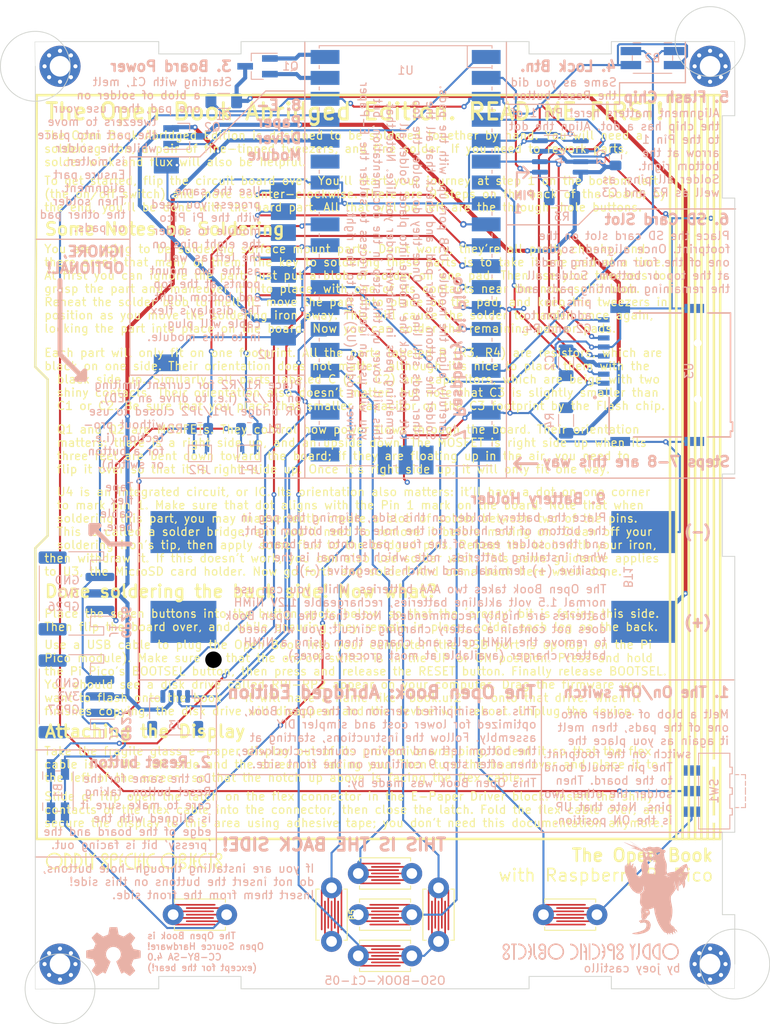
<source format=kicad_pcb>
(kicad_pcb (version 20171130) (host pcbnew "(5.1.12)-1")
  (title_block (title "Open Book Abridged Edition") (date 2022-11-08) (rev 05) (company "Oddly Specific Objects"))
  (layers (0 F.Cu signal) (31 B.Cu signal) (34 B.Paste user hide) (35 F.Paste user hide) (36 B.SilkS user hide) (37 F.SilkS user hide) (38 B.Mask user hide) (39 F.Mask user hide) (44 Edge.Cuts user))
  (net 0 "")
  (net 1 GND)
  (net 2 VCC)
  (net 3 +BATT)
  (net 4 /GP26)
  (net 5 /GP27)
  (net 6 /TX{slash}SDA)
  (net 7 /RX{slash}SCL)
  (net 8 VBUS)
  (net 9 +3V3)
  (net 10 /BTN_LOCK)
  (net 11 /BABEL_CS)
  (net 12 /SD_CS)
  (net 13 /SCK)
  (net 14 /MOSI)
  (net 15 /MISO)
  (net 16 /DISPLAY_BUSY)
  (net 17 /DISPLAY_RESET)
  (net 18 /DISPLAY_DC)
  (net 19 /DISPLAY_CS)
  (net 20 /DISPLAY_SCK)
  (net 21 /DISPLAY_MOSI)
  (net 22 /BTN_RIGHT)
  (net 23 /BTN_SEL)
  (net 24 /BTN_NEXT)
  (net 25 /BTN_PREV)
  (net 26 /BTN_UP)
  (net 27 /BTN_LEFT)
  (net 28 /BTN_DOWN)
  (net 29 /SD_CD)
  (net 30 /RESET)
  (net 31 /_GP26)
  (net 32 /EN)
  (net 33 /SWCLK)
  (net 34 /SWDIO)
  (net 36 +3.3VP)
  (net 38 /_GP27)
  (net 41 /~{EN2})
  (module TACT_PANA-EVQ:TACT_PANA-EVQ-BUTTONPAD (layer F.Cu) (at 42.5 101)
    (fp_text reference B6 hide)
    (fp_text value SW_Push)
    (pad 1 smd roundrect (at -0.8 0.4) (size 5 0.2) (layers F.Cu F.Mask) (roundrect_rratio 0.5) (net 26 /BTN_UP))
    (pad 1 smd roundrect (at -0.8 -0.4) (size 5 0.2) (layers F.Cu F.Mask) (roundrect_rratio 0.5) (net 26 /BTN_UP))
    (pad 1 thru_hole circle (at -3.250001 0) (size 2.54 2.54) (drill 1.3) (layers *.Cu *.Mask) (net 26 /BTN_UP))
    (pad 1 smd roundrect (at -0.6 -1.2) (size 5 0.2) (layers F.Cu F.Mask) (roundrect_rratio 0.5) (net 26 /BTN_UP))
    (pad 1 smd roundrect (at -0.6 1.2) (size 5 0.2) (layers F.Cu F.Mask) (roundrect_rratio 0.5) (net 26 /BTN_UP))
    (pad 2 thru_hole circle (at 3.250001 0) (size 2.54 2.54) (drill 1.3) (layers *.Cu *.Mask) (net 1 GND))
    (pad 2 smd roundrect (at 0.8 0.8) (size 5 0.2) (layers F.Cu F.Mask) (roundrect_rratio 0.5) (net 1 GND))
    (pad 2 smd roundrect (at 0.8 -0.8) (size 5 0.2) (layers F.Cu F.Mask) (roundrect_rratio 0.5) (net 1 GND))
    (pad 2 smd roundrect (at 0.8 0) (size 5 0.2) (layers F.Cu F.Mask) (roundrect_rratio 0.5) (net 1 GND))
  )
  (module TACT_PANA-EVQ:TACT_PANA-EVQ-BUTTONPAD (layer F.Cu) (at 42.5 111)
    (fp_text reference B8 hide)
    (fp_text value SW_Push)
    (pad 1 smd roundrect (at -0.8 0.4) (size 5 0.2) (layers F.Cu F.Mask) (roundrect_rratio 0.5) (net 28 /BTN_DOWN))
    (pad 1 smd roundrect (at -0.6 1.2) (size 5 0.2) (layers F.Cu F.Mask) (roundrect_rratio 0.5) (net 28 /BTN_DOWN))
    (pad 1 smd roundrect (at -0.6 -1.2) (size 5 0.2) (layers F.Cu F.Mask) (roundrect_rratio 0.5) (net 28 /BTN_DOWN))
    (pad 1 smd roundrect (at -0.8 -0.4) (size 5 0.2) (layers F.Cu F.Mask) (roundrect_rratio 0.5) (net 28 /BTN_DOWN))
    (pad 1 thru_hole circle (at -3.250001 0) (size 2.54 2.54) (drill 1.3) (layers *.Cu *.Mask) (net 28 /BTN_DOWN))
    (pad 2 smd roundrect (at 0.8 0.8) (size 5 0.2) (layers F.Cu F.Mask) (roundrect_rratio 0.5) (net 1 GND))
    (pad 2 thru_hole circle (at 3.250001 0) (size 2.54 2.54) (drill 1.3) (layers *.Cu *.Mask) (net 1 GND))
    (pad 2 smd roundrect (at 0.8 0) (size 5 0.2) (layers F.Cu F.Mask) (roundrect_rratio 0.5) (net 1 GND))
    (pad 2 smd roundrect (at 0.8 -0.8) (size 5 0.2) (layers F.Cu F.Mask) (roundrect_rratio 0.5) (net 1 GND))
  )
  (module TACT_PANA-EVQ:TACT_PANA-EVQ-BUTTONPAD (layer F.Cu) (at 65 106)
    (fp_text reference B4 hide)
    (fp_text value SW_Push)
    (pad 1 smd roundrect (at -0.8 -0.4) (size 5 0.2) (layers F.Cu F.Mask) (roundrect_rratio 0.5) (net 24 /BTN_NEXT))
    (pad 1 thru_hole circle (at -3.250001 0) (size 2.54 2.54) (drill 1.3) (layers *.Cu *.Mask) (net 24 /BTN_NEXT))
    (pad 1 smd roundrect (at -0.6 -1.2) (size 5 0.2) (layers F.Cu F.Mask) (roundrect_rratio 0.5) (net 24 /BTN_NEXT))
    (pad 1 smd roundrect (at -0.8 0.4) (size 5 0.2) (layers F.Cu F.Mask) (roundrect_rratio 0.5) (net 24 /BTN_NEXT))
    (pad 1 smd roundrect (at -0.6 1.2) (size 5 0.2) (layers F.Cu F.Mask) (roundrect_rratio 0.5) (net 24 /BTN_NEXT))
    (pad 2 smd roundrect (at 0.8 0) (size 5 0.2) (layers F.Cu F.Mask) (roundrect_rratio 0.5) (net 1 GND))
    (pad 2 thru_hole circle (at 3.250001 0) (size 2.54 2.54) (drill 1.3) (layers *.Cu *.Mask) (net 1 GND))
    (pad 2 smd roundrect (at 0.8 -0.8) (size 5 0.2) (layers F.Cu F.Mask) (roundrect_rratio 0.5) (net 1 GND))
    (pad 2 smd roundrect (at 0.8 0.8) (size 5 0.2) (layers F.Cu F.Mask) (roundrect_rratio 0.5) (net 1 GND))
  )
  (module TACT_PANA-EVQ:TACT_PANA-EVQ-BUTTONPAD (layer F.Cu) (at 42.5 106 180)
    (fp_text reference B7 hide)
    (fp_text value SW_Push)
    (pad 1 smd roundrect (at -0.6 1.2 180) (size 5 0.2) (layers F.Cu F.Mask) (roundrect_rratio 0.5) (net 23 /BTN_SEL))
    (pad 1 thru_hole circle (at -3.250001 0 180) (size 2.54 2.54) (drill 1.3) (layers *.Cu *.Mask) (net 23 /BTN_SEL))
    (pad 1 smd roundrect (at -0.8 0.4 180) (size 5 0.2) (layers F.Cu F.Mask) (roundrect_rratio 0.5) (net 23 /BTN_SEL))
    (pad 1 smd roundrect (at -0.8 -0.4 180) (size 5 0.2) (layers F.Cu F.Mask) (roundrect_rratio 0.5) (net 23 /BTN_SEL))
    (pad 1 smd roundrect (at -0.6 -1.2 180) (size 5 0.2) (layers F.Cu F.Mask) (roundrect_rratio 0.5) (net 23 /BTN_SEL))
    (pad 2 smd roundrect (at 0.8 0 180) (size 5 0.2) (layers F.Cu F.Mask) (roundrect_rratio 0.5) (net 1 GND))
    (pad 2 smd roundrect (at 0.8 -0.8 180) (size 5 0.2) (layers F.Cu F.Mask) (roundrect_rratio 0.5) (net 1 GND))
    (pad 2 smd roundrect (at 0.8 0.8 180) (size 5 0.2) (layers F.Cu F.Mask) (roundrect_rratio 0.5) (net 1 GND))
    (pad 2 thru_hole circle (at 3.250001 0 180) (size 2.54 2.54) (drill 1.3) (layers *.Cu *.Mask) (net 1 GND))
  )
  (module MountingHole:MountingHole_2.5mm_Pad_Via (layer F.Cu) (at 82 112)
    (fp_text reference REF1 hide)
    (fp_text value MountingHole_2.5mm_Pad_Via hide)
    (pad 1 thru_hole circle (at 1.325825 -1.325825) (size 0.8 0.8) (drill 0.5) (layers *.Cu *.Mask))
    (pad 1 thru_hole circle (at 1.875 0) (size 0.8 0.8) (drill 0.5) (layers *.Cu *.Mask))
    (pad 1 thru_hole circle (at -1.325825 1.325825) (size 0.8 0.8) (drill 0.5) (layers *.Cu *.Mask))
    (pad 1 thru_hole circle (at -1.875 0) (size 0.8 0.8) (drill 0.5) (layers *.Cu *.Mask))
    (pad 1 thru_hole circle (at 0 0) (size 5 5) (drill 2.5) (layers *.Cu *.Mask))
    (pad 1 thru_hole circle (at -1.325825 -1.325825) (size 0.8 0.8) (drill 0.5) (layers *.Cu *.Mask))
    (pad 1 thru_hole circle (at 0 -1.875) (size 0.8 0.8) (drill 0.5) (layers *.Cu *.Mask))
    (pad 1 thru_hole circle (at 1.325825 1.325825) (size 0.8 0.8) (drill 0.5) (layers *.Cu *.Mask))
    (pad 1 thru_hole circle (at 0 1.875) (size 0.8 0.8) (drill 0.5) (layers *.Cu *.Mask))
  )
  (module TACT_PANA-EVQ:TACT_PANA-EVQ-BUTTONPAD (layer F.Cu) (at 36 106 270)
    (fp_text reference B5 (at 0 -2.5 270) (layer F.SilkS) (effects (font (size 0.666496 0.666496) (thickness 0.146304))))
    (fp_text value SW_Push)
    (pad 1 smd roundrect (at -0.6 1.2 270) (size 5 0.2) (layers F.Cu F.Mask) (roundrect_rratio 0.5) (net 27 /BTN_LEFT))
    (pad 1 smd roundrect (at -0.8 0.4 270) (size 5 0.2) (layers F.Cu F.Mask) (roundrect_rratio 0.5) (net 27 /BTN_LEFT))
    (pad 1 smd roundrect (at -0.8 -0.4 270) (size 5 0.2) (layers F.Cu F.Mask) (roundrect_rratio 0.5) (net 27 /BTN_LEFT))
    (pad 1 thru_hole circle (at -3.250001 0 270) (size 2.54 2.54) (drill 1.3) (layers *.Cu *.Mask) (net 27 /BTN_LEFT))
    (pad 1 smd roundrect (at -0.6 -1.2 270) (size 5 0.2) (layers F.Cu F.Mask) (roundrect_rratio 0.5) (net 27 /BTN_LEFT))
    (pad 2 thru_hole circle (at 3.250001 0 270) (size 2.54 2.54) (drill 1.3) (layers *.Cu *.Mask) (net 1 GND))
    (pad 2 smd roundrect (at 0.8 -0.8 270) (size 5 0.2) (layers F.Cu F.Mask) (roundrect_rratio 0.5) (net 1 GND))
    (pad 2 smd roundrect (at 0.8 0 270) (size 5 0.2) (layers F.Cu F.Mask) (roundrect_rratio 0.5) (net 1 GND))
    (pad 2 smd roundrect (at 0.8 0.8 270) (size 5 0.2) (layers F.Cu F.Mask) (roundrect_rratio 0.5) (net 1 GND))
  )
  (module Oddly_Specific_Artwork:oso-logotype-2mm (layer F.Cu) (at 12 99.5)
    (fp_text reference G1 hide)
    (fp_text value LOGO hide)
  )
  (module MountingHole:MountingHole_2.5mm_Pad_Via (layer F.Cu) (at 82 3)
    (fp_text reference REF2 hide)
    (fp_text value MountingHole_2.5mm_Pad_Via hide)
    (pad 1 thru_hole circle (at 1.875 0) (size 0.8 0.8) (drill 0.5) (layers *.Cu *.Mask))
    (pad 1 thru_hole circle (at 0 1.875) (size 0.8 0.8) (drill 0.5) (layers *.Cu *.Mask))
    (pad 1 thru_hole circle (at -1.325825 -1.325825) (size 0.8 0.8) (drill 0.5) (layers *.Cu *.Mask))
    (pad 1 thru_hole circle (at 0 -1.875) (size 0.8 0.8) (drill 0.5) (layers *.Cu *.Mask))
    (pad 1 thru_hole circle (at -1.875 0) (size 0.8 0.8) (drill 0.5) (layers *.Cu *.Mask))
    (pad 1 thru_hole circle (at 1.325825 -1.325825) (size 0.8 0.8) (drill 0.5) (layers *.Cu *.Mask))
    (pad 1 thru_hole circle (at 1.325825 1.325825) (size 0.8 0.8) (drill 0.5) (layers *.Cu *.Mask))
    (pad 1 thru_hole circle (at -1.325825 1.325825) (size 0.8 0.8) (drill 0.5) (layers *.Cu *.Mask))
    (pad 1 thru_hole circle (at 0 0) (size 5 5) (drill 2.5) (layers *.Cu *.Mask))
  )
  (module TACT_PANA-EVQ:TACT_PANA-EVQ-BUTTONPAD (layer F.Cu) (at 49 106 270)
    (fp_text reference B9 hide)
    (fp_text value SW_Push)
    (pad 1 smd roundrect (at -0.6 -1.2 270) (size 5 0.2) (layers F.Cu F.Mask) (roundrect_rratio 0.5) (net 22 /BTN_RIGHT))
    (pad 1 smd roundrect (at -0.8 0.4 270) (size 5 0.2) (layers F.Cu F.Mask) (roundrect_rratio 0.5) (net 22 /BTN_RIGHT))
    (pad 1 thru_hole circle (at -3.250001 0 270) (size 2.54 2.54) (drill 1.3) (layers *.Cu *.Mask) (net 22 /BTN_RIGHT))
    (pad 1 smd roundrect (at -0.8 -0.4 270) (size 5 0.2) (layers F.Cu F.Mask) (roundrect_rratio 0.5) (net 22 /BTN_RIGHT))
    (pad 1 smd roundrect (at -0.6 1.2 270) (size 5 0.2) (layers F.Cu F.Mask) (roundrect_rratio 0.5) (net 22 /BTN_RIGHT))
    (pad 2 smd roundrect (at 0.8 0.8 270) (size 5 0.2) (layers F.Cu F.Mask) (roundrect_rratio 0.5) (net 1 GND))
    (pad 2 smd roundrect (at 0.8 0 270) (size 5 0.2) (layers F.Cu F.Mask) (roundrect_rratio 0.5) (net 1 GND))
    (pad 2 thru_hole circle (at 3.250001 0 270) (size 2.54 2.54) (drill 1.3) (layers *.Cu *.Mask) (net 1 GND))
    (pad 2 smd roundrect (at 0.8 -0.8 270) (size 5 0.2) (layers F.Cu F.Mask) (roundrect_rratio 0.5) (net 1 GND))
  )
  (module MountingHole:MountingHole_2.5mm_Pad_Via (layer F.Cu) (at 3 112)
    (fp_text reference REF*3 hide)
    (fp_text value MountingHole_2.5mm_Pad_Via hide)
    (pad 1 thru_hole circle (at 0 0) (size 5 5) (drill 2.5) (layers *.Cu *.Mask))
    (pad 1 thru_hole circle (at -1.325825 -1.325825) (size 0.8 0.8) (drill 0.5) (layers *.Cu *.Mask))
    (pad 1 thru_hole circle (at 1.325825 1.325825) (size 0.8 0.8) (drill 0.5) (layers *.Cu *.Mask))
    (pad 1 thru_hole circle (at 1.875 0) (size 0.8 0.8) (drill 0.5) (layers *.Cu *.Mask))
    (pad 1 thru_hole circle (at 0 1.875) (size 0.8 0.8) (drill 0.5) (layers *.Cu *.Mask))
    (pad 1 thru_hole circle (at 1.325825 -1.325825) (size 0.8 0.8) (drill 0.5) (layers *.Cu *.Mask))
    (pad 1 thru_hole circle (at -1.875 0) (size 0.8 0.8) (drill 0.5) (layers *.Cu *.Mask))
    (pad 1 thru_hole circle (at -1.325825 1.325825) (size 0.8 0.8) (drill 0.5) (layers *.Cu *.Mask))
    (pad 1 thru_hole circle (at 0 -1.875) (size 0.8 0.8) (drill 0.5) (layers *.Cu *.Mask))
  )
  (module MountingHole:MountingHole_2.5mm_Pad_Via (layer F.Cu) (at 3 3)
    (fp_text reference REF4 hide)
    (fp_text value MountingHole_2.5mm_Pad_Via hide)
    (pad 1 thru_hole circle (at 1.875 0) (size 0.8 0.8) (drill 0.5) (layers *.Cu *.Mask))
    (pad 1 thru_hole circle (at 0 -1.875) (size 0.8 0.8) (drill 0.5) (layers *.Cu *.Mask))
    (pad 1 thru_hole circle (at 0 0) (size 5 5) (drill 2.5) (layers *.Cu *.Mask))
    (pad 1 thru_hole circle (at -1.325825 1.325825) (size 0.8 0.8) (drill 0.5) (layers *.Cu *.Mask))
    (pad 1 thru_hole circle (at 0 1.875) (size 0.8 0.8) (drill 0.5) (layers *.Cu *.Mask))
    (pad 1 thru_hole circle (at -1.325825 -1.325825) (size 0.8 0.8) (drill 0.5) (layers *.Cu *.Mask))
    (pad 1 thru_hole circle (at 1.325825 -1.325825) (size 0.8 0.8) (drill 0.5) (layers *.Cu *.Mask))
    (pad 1 thru_hole circle (at -1.875 0) (size 0.8 0.8) (drill 0.5) (layers *.Cu *.Mask))
    (pad 1 thru_hole circle (at 1.325825 1.325825) (size 0.8 0.8) (drill 0.5) (layers *.Cu *.Mask))
  )
  (module TACT_PANA-EVQ:TACT_PANA-EVQ-BUTTONPAD (layer F.Cu) (at 20 106)
    (fp_text reference B3 hide)
    (fp_text value SW_Push)
    (pad 1 thru_hole circle (at -3.250001 0) (size 2.54 2.54) (drill 1.3) (layers *.Cu *.Mask) (net 25 /BTN_PREV))
    (pad 1 smd roundrect (at -0.8 -0.4) (size 5 0.2) (layers F.Cu F.Mask) (roundrect_rratio 0.5) (net 25 /BTN_PREV))
    (pad 1 smd roundrect (at -0.6 1.2) (size 5 0.2) (layers F.Cu F.Mask) (roundrect_rratio 0.5) (net 25 /BTN_PREV))
    (pad 1 smd roundrect (at -0.8 0.4) (size 5 0.2) (layers F.Cu F.Mask) (roundrect_rratio 0.5) (net 25 /BTN_PREV))
    (pad 1 smd roundrect (at -0.6 -1.2) (size 5 0.2) (layers F.Cu F.Mask) (roundrect_rratio 0.5) (net 25 /BTN_PREV))
    (pad 2 smd roundrect (at 0.8 -0.8) (size 5 0.2) (layers F.Cu F.Mask) (roundrect_rratio 0.5) (net 1 GND))
    (pad 2 smd roundrect (at 0.8 0.8) (size 5 0.2) (layers F.Cu F.Mask) (roundrect_rratio 0.5) (net 1 GND))
    (pad 2 thru_hole circle (at 3.250001 0) (size 2.54 2.54) (drill 1.3) (layers *.Cu *.Mask) (net 1 GND))
    (pad 2 smd roundrect (at 0.8 0) (size 5 0.2) (layers F.Cu F.Mask) (roundrect_rratio 0.5) (net 1 GND))
  )
  (module Jumper:SolderJumper-2_P1.3mm_Open_TrianglePad1.0x1.5mm (layer B.Cu) (at 20 50)
    (fp_text reference JP2 (at 0 2) (layer B.SilkS) (effects (justify mirror)))
    (fp_text value Jumper_2_Open)
    (pad 1 smd custom (at -0.725 0) (size 0.3 0.3) (layers B.Cu B.Mask) (net 38 /_GP27) (options (clearance outline) (anchor rect)) (primitives))
    (pad 2 smd custom (at 0.725 0) (size 0.3 0.3) (layers B.Cu B.Mask) (net 5 /GP27) (options (clearance outline) (anchor rect)) (primitives))
  )
  (module Connector_JST:JST_PH_S3B-PH-SM4-TB_1x03-1MP_P2.00mm_Horizontal (layer B.Cu) (at 5 79.5 90)
    (fp_text reference J2 (at -4.5 4.5 270 unlocked) (layer B.SilkS) (effects (justify mirror)))
    (fp_text value JST-PH3)
    (pad 1 smd roundrect (at -2 2.85 90) (size 1 3.5) (layers B.Cu B.Paste B.Mask) (net 38 /_GP27))
    (pad 2 smd roundrect (at 0 2.85 90) (size 1 3.5) (layers B.Cu B.Paste B.Mask) (net 9 +3V3))
    (pad 3 smd roundrect (at 2 2.85 90) (size 1 3.5) (layers B.Cu B.Paste B.Mask) (net 1 GND))
    (pad MP smd roundrect (at -4.35 -2.9 90) (size 1.5 3.4) (layers B.Cu B.Paste B.Mask) (roundrect_rratio 0.166667))
    (pad MP smd roundrect (at 4.35 -2.9 90) (size 1.5 3.4) (layers B.Cu B.Paste B.Mask) (roundrect_rratio 0.166667))
  )
  (module Oddly_Specific_Artwork:oso-logotype-2mm (layer B.Cu) (at 67.5 110.5 180)
    (fp_text reference G2 hide)
    (fp_text value LOGO hide)
  )
  (module Connector_JST:JST_PH_S3B-PH-SM4-TB_1x03-1MP_P2.00mm_Horizontal (layer B.Cu) (at 5 67 90)
    (fp_text reference J1 (at -4.5 4.5 270 unlocked) (layer B.SilkS) (effects (justify mirror)))
    (fp_text value JST-PH3)
    (pad 1 smd roundrect (at -2 2.85 90) (size 1 3.5) (layers B.Cu B.Paste B.Mask) (net 31 /_GP26))
    (pad 2 smd roundrect (at 0 2.85 90) (size 1 3.5) (layers B.Cu B.Paste B.Mask) (net 9 +3V3))
    (pad 3 smd roundrect (at 2 2.85 90) (size 1 3.5) (layers B.Cu B.Paste B.Mask) (net 1 GND))
    (pad MP smd roundrect (at -4.35 -2.9 90) (size 1.5 3.4) (layers B.Cu B.Paste B.Mask) (roundrect_rratio 0.166667))
    (pad MP smd roundrect (at 4.35 -2.9 90) (size 1.5 3.4) (layers B.Cu B.Paste B.Mask) (roundrect_rratio 0.166667))
  )
  (module OSO-BOOK-C2-01:OSO-BOOK-C2-01 (layer B.Cu) (at 21 27 180)
    (fp_text reference U2 (at -7 -11 unlocked) (layer B.SilkS) (effects (justify mirror)))
    (fp_text value OSO-BOOK-C2-01)
    (pad 1 smd roundrect (at -9.144 8.89 180) (size 3.048 2.032) (layers B.Cu B.Paste B.Mask) (roundrect_rratio 0.05) (net 16 /DISPLAY_BUSY))
    (pad 2 smd roundrect (at -9.144 6.35 180) (size 3.048 2.032) (layers B.Cu B.Paste B.Mask) (roundrect_rratio 0.05) (net 17 /DISPLAY_RESET))
    (pad 3 smd roundrect (at -9.144 3.81 180) (size 3.048 2.032) (layers B.Cu B.Paste B.Mask) (roundrect_rratio 0.05) (net 18 /DISPLAY_DC))
    (pad 4 smd roundrect (at -9.144 1.27 180) (size 3.048 2.032) (layers B.Cu B.Paste B.Mask) (roundrect_rratio 0.05) (net 19 /DISPLAY_CS))
    (pad 5 smd roundrect (at -9.144 -1.27 180) (size 3.048 2.032) (layers B.Cu B.Paste B.Mask) (roundrect_rratio 0.05) (net 20 /DISPLAY_SCK))
    (pad 6 smd roundrect (at -9.144 -3.81 180) (size 3.048 2.032) (layers B.Cu B.Paste B.Mask) (roundrect_rratio 0.05) (net 21 /DISPLAY_MOSI))
    (pad 7 smd roundrect (at -9.144 -6.35 180) (size 3.048 2.032) (layers B.Cu B.Paste B.Mask) (roundrect_rratio 0.05) (net 36 +3.3VP))
    (pad 8 smd roundrect (at -9.144 -8.89 180) (size 3.048 2.032) (layers B.Cu B.Paste B.Mask) (roundrect_rratio 0.05) (net 1 GND))
    (pad 9 smd roundrect (at 5.08 -12 180) (size 3.048 2.032) (layers B.Cu B.Paste B.Mask) (roundrect_rratio 0.05) (net 1 GND))
    (pad 10 smd roundrect (at 5.08 12 180) (size 3.048 2.032) (layers B.Cu B.Paste B.Mask) (roundrect_rratio 0.05) (net 1 GND))
  )
  (module Package_SO:SOIC-8_3.9x4.9mm_P1.27mm (layer B.Cu) (at 63.8 13.95)
    (fp_text reference U4 (at 0 -0.044 90) (layer B.SilkS) (effects (justify mirror)))
    (fp_text value GD25Q16C)
    (pad 1 smd roundrect (at -2.475 1.905) (size 1.95 0.6) (layers B.Cu B.Paste B.Mask) (net 11 /BABEL_CS))
    (pad 2 smd roundrect (at -2.475 0.635) (size 1.95 0.6) (layers B.Cu B.Paste B.Mask) (net 15 /MISO))
    (pad 3 smd roundrect (at -2.475 -0.635) (size 1.95 0.6) (layers B.Cu B.Paste B.Mask) (net 36 +3.3VP))
    (pad 4 smd roundrect (at -2.475 -1.905) (size 1.95 0.6) (layers B.Cu B.Paste B.Mask) (net 1 GND))
    (pad 5 smd roundrect (at 2.475 -1.905) (size 1.95 0.6) (layers B.Cu B.Paste B.Mask) (net 14 /MOSI))
    (pad 6 smd roundrect (at 2.475 -0.635) (size 1.95 0.6) (layers B.Cu B.Paste B.Mask) (net 13 /SCK))
    (pad 7 smd roundrect (at 2.475 0.635) (size 1.95 0.6) (layers B.Cu B.Paste B.Mask) (net 36 +3.3VP))
    (pad 8 smd roundrect (at 2.475 1.905) (size 1.95 0.6) (layers B.Cu B.Paste B.Mask) (net 36 +3.3VP))
  )
  (module Oddly_Specific_Artwork:oso-bear-8mm-wide (layer B.Cu) (at 75.5 102.75 180)
    (fp_text reference G3 hide)
    (fp_text value LOGO hide)
  )
  (module Connector_JST:JST_SH_SM04B-SRSS-TB_1x04-1MP_P1.00mm_Horizontal (layer B.Cu) (at 17 81.5 180)
    (fp_text reference J3 (at 0 -1.5) (layer B.SilkS) (effects (justify mirror)))
    (fp_text value JST-PH4)
    (pad 1 smd roundrect (at -1.5 2 180) (size 0.6 1.55) (layers B.Cu B.Paste B.Mask) (net 7 /RX{slash}SCL))
    (pad 2 smd roundrect (at -0.5 2 180) (size 0.6 1.55) (layers B.Cu B.Paste B.Mask) (net 6 /TX{slash}SDA))
    (pad 3 smd roundrect (at 0.5 2 180) (size 0.6 1.55) (layers B.Cu B.Paste B.Mask) (net 9 +3V3))
    (pad 4 smd roundrect (at 1.5 2 180) (size 0.6 1.55) (layers B.Cu B.Paste B.Mask) (net 1 GND))
    (pad MP smd roundrect (at 2.8 -1.875 180) (size 1.2 1.8) (layers B.Cu B.Paste B.Mask) (roundrect_rratio 0.208333))
    (pad MP smd roundrect (at -2.8 -1.875 180) (size 1.2 1.8) (layers B.Cu B.Paste B.Mask) (roundrect_rratio 0.208333))
  )
  (module Capacitor_SMD:C_1206_3216Metric_Pad1.33x1.80mm_HandSolder (layer B.Cu) (at 64.5 39 90)
    (fp_text reference C2 (at 0 -2 270) (layer B.SilkS) (effects (justify mirror)))
    (fp_text value 10µF)
    (pad 1 smd roundrect (at -1.5625 0 90) (size 1.325 1.8) (layers B.Cu B.Paste B.Mask) (roundrect_rratio 0.188679) (net 1 GND))
    (pad 2 smd roundrect (at 1.5625 0 90) (size 1.325 1.8) (layers B.Cu B.Paste B.Mask) (roundrect_rratio 0.188679) (net 36 +3.3VP))
  )
  (module Capacitor_SMD:C_0805_2012Metric_Pad1.18x1.45mm_HandSolder (layer B.Cu) (at 70.5 14 90)
    (fp_text reference C3 (at 0 -1.7 90) (layer B.SilkS) (effects (justify mirror)))
    (fp_text value 1µF)
    (pad 1 smd roundrect (at -1.0375 0 90) (size 1.175 1.45) (layers B.Cu B.Paste B.Mask) (roundrect_rratio 0.212766) (net 36 +3.3VP))
    (pad 2 smd roundrect (at 1.0375 0 90) (size 1.175 1.45) (layers B.Cu B.Paste B.Mask) (roundrect_rratio 0.212766) (net 1 GND))
  )
  (module Button_Switch_SMD:Panasonic_EVQPUJ_EVQPUA (layer B.Cu) (at 75 2 180)
    (fp_text reference B2 (at 0 0) (layer B.SilkS) (effects (justify mirror)))
    (fp_text value SW_Push)
    (pad 1 smd rect (at -2.625 0.85) (size 2.5 1) (layers B.Cu B.Paste B.Mask) (net 10 /BTN_LOCK))
    (pad 1 smd rect (at 2.625 0.85) (size 2.5 1) (layers B.Cu B.Paste B.Mask) (net 10 /BTN_LOCK))
    (pad 2 smd rect (at 2.625 -0.85) (size 2.5 1) (layers B.Cu B.Paste B.Mask) (net 1 GND))
    (pad 2 smd rect (at -2.625 -0.85) (size 2.5 1) (layers B.Cu B.Paste B.Mask) (net 1 GND))
  )
  (module Package_TO_SOT_SMD:SOT-23_Handsoldering (layer B.Cu) (at 18 11.5)
    (fp_text reference Q2 (at 3.5 -1.115) (layer B.SilkS) (effects (justify mirror)))
    (fp_text value Q_PMOS_GSD)
    (pad 1 smd rect (at -1.5 0.95) (size 1.9 0.8) (layers B.Cu B.Paste B.Mask) (net 41 /~{EN2}))
    (pad 2 smd rect (at -1.5 -0.95) (size 1.9 0.8) (layers B.Cu B.Paste B.Mask) (net 9 +3V3))
    (pad 3 smd rect (at 1.5 0) (size 1.9 0.8) (layers B.Cu B.Paste B.Mask) (net 36 +3.3VP))
  )
  (module Resistor_SMD:R_0805_2012Metric_Pad1.20x1.40mm_HandSolder (layer B.Cu) (at 20 47 180)
    (fp_text reference R2 (at 3 0) (layer B.SilkS) (effects (justify mirror)))
    (fp_text value 1k)
    (pad 1 smd roundrect (at -1 0 180) (size 1.2 1.4) (layers B.Cu B.Paste B.Mask) (roundrect_rratio 0.208333) (net 5 /GP27))
    (pad 2 smd roundrect (at 1 0 180) (size 1.2 1.4) (layers B.Cu B.Paste B.Mask) (roundrect_rratio 0.208333) (net 38 /_GP27))
  )
  (module Resistor_SMD:R_1206_3216Metric_Pad1.30x1.75mm_HandSolder (layer B.Cu) (at 64 19)
    (fp_text reference R3 (at 0 2.25 180) (layer B.SilkS) (effects (justify mirror)))
    (fp_text value 10K)
    (pad 1 smd roundrect (at -1.55 0) (size 1.3 1.75) (layers B.Cu B.Paste B.Mask) (roundrect_rratio 0.192308) (net 11 /BABEL_CS))
    (pad 2 smd roundrect (at 1.55 0) (size 1.3 1.75) (layers B.Cu B.Paste B.Mask) (roundrect_rratio 0.192308) (net 36 +3.3VP))
  )
  (module Jumper:SolderJumper-2_P1.3mm_Open_TrianglePad1.0x1.5mm (layer B.Cu) (at 26 50)
    (fp_text reference JP1 (at 0 2) (layer B.SilkS) (effects (justify mirror)))
    (fp_text value Jumper_2_Open)
    (pad 1 smd custom (at -0.725 0) (size 0.3 0.3) (layers B.Cu B.Mask) (net 31 /_GP26) (options (clearance outline) (anchor rect)) (primitives))
    (pad 2 smd custom (at 0.725 0) (size 0.3 0.3) (layers B.Cu B.Mask) (net 4 /GP26) (options (clearance outline) (anchor rect)) (primitives))
  )
  (module MEM2075-00-140-01-A:GCT_MEM2075-00-140-01-A (layer B.Cu) (at 80.5 40 270)
    (fp_text reference U3 (at -0.024 1.064 90) (layer B.SilkS) (effects (justify mirror)))
    (fp_text value MEM2075)
    (pad "" np_thru_hole circle (at 3.4 0 270) (size 0.95 0.95) (drill 0.95) (layers *.Cu *.Mask))
    (pad "" np_thru_hole circle (at -3.4 0 270) (size 0.95 0.95) (drill 0.95) (layers *.Cu *.Mask))
    (pad P1 smd rect (at 2.58 11.42 270) (size 0.62 1.4) (layers B.Cu B.Paste B.Mask))
    (pad P2 smd rect (at 1.48 11.42 270) (size 0.62 1.4) (layers B.Cu B.Paste B.Mask) (net 12 /SD_CS))
    (pad P3 smd rect (at 0.38 11.42 270) (size 0.62 1.4) (layers B.Cu B.Paste B.Mask) (net 14 /MOSI))
    (pad P4 smd rect (at -0.72 11.42 270) (size 0.62 1.4) (layers B.Cu B.Paste B.Mask) (net 36 +3.3VP))
    (pad P5 smd rect (at -1.82 11.42 270) (size 0.62 1.4) (layers B.Cu B.Paste B.Mask) (net 13 /SCK))
    (pad P6 smd rect (at -2.92 11.42 270) (size 0.62 1.4) (layers B.Cu B.Paste B.Mask) (net 1 GND))
    (pad P7 smd rect (at -4.02 11.42 270) (size 0.62 1.4) (layers B.Cu B.Paste B.Mask) (net 15 /MISO))
    (pad P8 smd rect (at -5.12 11.42 270) (size 0.62 1.4) (layers B.Cu B.Paste B.Mask))
    (pad P9 smd rect (at -6.22 11.42 270) (size 0.62 1.4) (layers B.Cu B.Paste B.Mask) (net 29 /SD_CD))
    (pad SH1 smd rect (at -7.6 0.42 270) (size 1.1 2.4) (layers B.Cu B.Paste B.Mask) (net 1 GND))
    (pad SH2 smd rect (at -7.6 9.42 270) (size 1.1 2.4) (layers B.Cu B.Paste B.Mask) (net 1 GND))
    (pad SH3 smd rect (at 8.55 9.42 270) (size 1.1 2.4) (layers B.Cu B.Paste B.Mask) (net 1 GND))
    (pad SH4 smd rect (at 8.55 0.42 270) (size 1.1 2.4) (layers B.Cu B.Paste B.Mask) (net 1 GND))
  )
  (module Battery_Holder:AAA_SMT (layer B.Cu) (at 46 65 180)
    (fp_text reference BT1 (at -26 0 270 unlocked) (layer B.SilkS) (effects (justify mirror)))
    (fp_text value Battery)
    (pad "" np_thru_hole circle (at 24.35 -10.05 180) (size 2 2) (drill 2) (layers *.Mask))
    (pad 1 smd rect (at -28 -5.45 180) (size 8 5.1) (layers B.Cu B.Paste B.Mask) (net 3 +BATT))
    (pad 2 smd rect (at -28 5.45 180) (size 8 5.1) (layers B.Cu B.Paste B.Mask) (net 1 GND))
    (pad 3 smd rect (at 28 5.45 180) (size 8 5.1) (layers B.Cu B.Paste B.Mask))
    (pad 3 smd rect (at 28 -5.45 180) (size 8 5.1) (layers B.Cu B.Paste B.Mask))
  )
  (module Button_Switch_SMD:SW_SPDT_CK-JS102011SAQN (layer B.Cu) (at 82.5 91 270)
    (fp_text reference SW1 (at 0 0 90) (layer B.SilkS) (effects (justify mirror)))
    (fp_text value SW_SPDT)
    (pad "" np_thru_hole circle (at -3.4 0 270) (size 0.9 0.9) (drill 0.9) (layers *.Cu *.Mask))
    (pad "" np_thru_hole circle (at 3.4 0 270) (size 0.9 0.9) (drill 0.9) (layers *.Cu *.Mask))
    (pad 1 smd rect (at -2.5 2.75 270) (size 1.25 2.5) (layers B.Cu B.Paste B.Mask))
    (pad 2 smd rect (at 0 2.75 270) (size 1.25 2.5) (layers B.Cu B.Paste B.Mask) (net 32 /EN))
    (pad 3 smd rect (at 2.5 2.75 270) (size 1.25 2.5) (layers B.Cu B.Paste B.Mask) (net 1 GND))
  )
  (module Symbol:OSHW-Symbol_6.7x6mm_SilkScreen (layer B.Cu) (at 9.5 110.5 180)
    (fp_text reference REF5 hide)
    (fp_text value OSHW-Symbol_6.7x6mm_SilkScreen hide)
  )
  (module Resistor_SMD:R_1206_3216Metric_Pad1.30x1.75mm_HandSolder (layer B.Cu) (at 64.5 46 270)
    (fp_text reference R4 (at 0 2 90) (layer B.SilkS) (effects (justify mirror)))
    (fp_text value 10K)
    (pad 1 smd roundrect (at -1.55 0 270) (size 1.3 1.75) (layers B.Cu B.Paste B.Mask) (roundrect_rratio 0.192308) (net 12 /SD_CS))
    (pad 2 smd roundrect (at 1.55 0 270) (size 1.3 1.75) (layers B.Cu B.Paste B.Mask) (roundrect_rratio 0.192308) (net 36 +3.3VP))
  )
  (module Package_TO_SOT_SMD:SOT-23_Handsoldering (layer B.Cu) (at 27 3 180)
    (fp_text reference Q1 (at -4 0) (layer B.SilkS) (effects (justify mirror)))
    (fp_text value Q_PMOS_GSD)
    (pad 1 smd rect (at -1.5 0.95 180) (size 1.9 0.8) (layers B.Cu B.Paste B.Mask) (net 8 VBUS))
    (pad 2 smd rect (at -1.5 -0.95 180) (size 1.9 0.8) (layers B.Cu B.Paste B.Mask) (net 2 VCC))
    (pad 3 smd rect (at 1.5 0 180) (size 1.9 0.8) (layers B.Cu B.Paste B.Mask) (net 3 +BATT))
  )
  (module Resistor_SMD:R_0805_2012Metric_Pad1.20x1.40mm_HandSolder (layer B.Cu) (at 26 47 180)
    (fp_text reference R1 (at -3 0) (layer B.SilkS) (effects (justify mirror)))
    (fp_text value 1k)
    (pad 1 smd roundrect (at -1 0 180) (size 1.2 1.4) (layers B.Cu B.Paste B.Mask) (roundrect_rratio 0.208333) (net 4 /GP26))
    (pad 2 smd roundrect (at 1 0 180) (size 1.2 1.4) (layers B.Cu B.Paste B.Mask) (roundrect_rratio 0.208333) (net 31 /_GP26))
  )
  (module Capacitor_SMD:C_1206_3216Metric_Pad1.33x1.80mm_HandSolder (layer B.Cu) (at 22.9 7.2 180)
    (fp_text reference C1 (at 0 -1.8) (layer B.SilkS) (effects (justify mirror)))
    (fp_text value 10µF)
    (pad 1 smd roundrect (at -1.5625 0 180) (size 1.325 1.8) (layers B.Cu B.Paste B.Mask) (roundrect_rratio 0.188679) (net 3 +BATT))
    (pad 2 smd roundrect (at 1.5625 0 180) (size 1.325 1.8) (layers B.Cu B.Paste B.Mask) (roundrect_rratio 0.188679) (net 1 GND))
  )
  (module Button_Switch_SMD:Panasonic_EVQPUJ_EVQPUA (layer B.Cu) (at 2.75 91 270)
    (fp_text reference B1 (at 0 0 90) (layer B.SilkS) (effects (justify mirror)))
    (fp_text value SW_Push)
    (pad 1 smd rect (at 2.625 0.85 90) (size 2.5 1) (layers B.Cu B.Paste B.Mask) (net 30 /RESET))
    (pad 1 smd rect (at -2.625 0.85 90) (size 2.5 1) (layers B.Cu B.Paste B.Mask) (net 30 /RESET))
    (pad 2 smd rect (at 2.625 -0.85 90) (size 2.5 1) (layers B.Cu B.Paste B.Mask) (net 1 GND))
    (pad 2 smd rect (at -2.625 -0.85 90) (size 2.5 1) (layers B.Cu B.Paste B.Mask) (net 1 GND))
  )
  (module MCU_RaspberryPi_and_Boards:RPi_Pico_SMD (layer B.Cu) (at 45 26 180)
    (fp_text reference U1 (at 0 22.5) (layer B.SilkS) (effects (justify mirror)))
    (fp_text value Pico)
    (pad "" np_thru_hole oval (at 2.425 20.97 180) (size 1.5 1.5) (drill 1.5) (layers *.Cu *.Mask))
    (pad "" np_thru_hole oval (at 2.725 24 180) (size 1.8 1.8) (drill 1.8) (layers *.Cu *.Mask))
    (pad "" np_thru_hole oval (at -2.725 24 180) (size 1.8 1.8) (drill 1.8) (layers *.Cu *.Mask))
    (pad "" np_thru_hole oval (at -2.425 20.97 180) (size 1.5 1.5) (drill 1.5) (layers *.Cu *.Mask))
    (pad 1 smd rect (at -8.89 24.13 180) (size 3.5 1.7) (drill (offset -0.9 0)) (layers B.Cu B.Paste B.Mask) (net 41 /~{EN2}))
    (pad 2 smd rect (at -8.89 21.59 180) (size 3.5 1.7) (drill (offset -0.9 0)) (layers B.Cu B.Paste B.Mask) (net 11 /BABEL_CS))
    (pad 3 smd rect (at -8.89 19.05 180) (size 3.5 1.7) (drill (offset -0.9 0)) (layers B.Cu B.Paste B.Mask) (net 1 GND))
    (pad 4 smd rect (at -8.89 16.51 180) (size 3.5 1.7) (drill (offset -0.9 0)) (layers B.Cu B.Paste B.Mask) (net 13 /SCK))
    (pad 5 smd rect (at -8.89 13.97 180) (size 3.5 1.7) (drill (offset -0.9 0)) (layers B.Cu B.Paste B.Mask) (net 14 /MOSI))
    (pad 6 smd rect (at -8.89 11.43 180) (size 3.5 1.7) (drill (offset -0.9 0)) (layers B.Cu B.Paste B.Mask) (net 15 /MISO))
    (pad 7 smd rect (at -8.89 8.89 180) (size 3.5 1.7) (drill (offset -0.9 0)) (layers B.Cu B.Paste B.Mask) (net 12 /SD_CS))
    (pad 8 smd rect (at -8.89 6.35 180) (size 3.5 1.7) (drill (offset -0.9 0)) (layers B.Cu B.Paste B.Mask) (net 1 GND))
    (pad 9 smd rect (at -8.89 3.81 180) (size 3.5 1.7) (drill (offset -0.9 0)) (layers B.Cu B.Paste B.Mask) (net 16 /DISPLAY_BUSY))
    (pad 10 smd rect (at -8.89 1.27 180) (size 3.5 1.7) (drill (offset -0.9 0)) (layers B.Cu B.Paste B.Mask) (net 17 /DISPLAY_RESET))
    (pad 11 smd rect (at -8.89 -1.27 180) (size 3.5 1.7) (drill (offset -0.9 0)) (layers B.Cu B.Paste B.Mask) (net 18 /DISPLAY_DC))
    (pad 12 smd rect (at -8.89 -3.81 180) (size 3.5 1.7) (drill (offset -0.9 0)) (layers B.Cu B.Paste B.Mask) (net 19 /DISPLAY_CS))
    (pad 13 smd rect (at -8.89 -6.35 180) (size 3.5 1.7) (drill (offset -0.9 0)) (layers B.Cu B.Paste B.Mask) (net 1 GND))
    (pad 14 smd rect (at -8.89 -8.89 180) (size 3.5 1.7) (drill (offset -0.9 0)) (layers B.Cu B.Paste B.Mask) (net 20 /DISPLAY_SCK))
    (pad 15 smd rect (at -8.89 -11.43 180) (size 3.5 1.7) (drill (offset -0.9 0)) (layers B.Cu B.Paste B.Mask) (net 21 /DISPLAY_MOSI))
    (pad 16 smd rect (at -8.89 -13.97 180) (size 3.5 1.7) (drill (offset -0.9 0)) (layers B.Cu B.Paste B.Mask) (net 10 /BTN_LOCK))
    (pad 17 smd rect (at -8.89 -16.51 180) (size 3.5 1.7) (drill (offset -0.9 0)) (layers B.Cu B.Paste B.Mask) (net 22 /BTN_RIGHT))
    (pad 18 smd rect (at -8.89 -19.05 180) (size 3.5 1.7) (drill (offset -0.9 0)) (layers B.Cu B.Paste B.Mask) (net 1 GND))
    (pad 19 smd rect (at -8.89 -21.59 180) (size 3.5 1.7) (drill (offset -0.9 0)) (layers B.Cu B.Paste B.Mask) (net 23 /BTN_SEL))
    (pad 20 smd rect (at -8.89 -24.13 180) (size 3.5 1.7) (drill (offset -0.9 0)) (layers B.Cu B.Paste B.Mask) (net 24 /BTN_NEXT))
    (pad 21 smd rect (at 8.89 -24.13 180) (size 3.5 1.7) (drill (offset 0.9 0)) (layers B.Cu B.Paste B.Mask) (net 6 /TX{slash}SDA))
    (pad 22 smd rect (at 8.89 -21.59 180) (size 3.5 1.7) (drill (offset 0.9 0)) (layers B.Cu B.Paste B.Mask) (net 7 /RX{slash}SCL))
    (pad 23 smd rect (at 8.89 -19.05 180) (size 3.5 1.7) (drill (offset 0.9 0)) (layers B.Cu B.Paste B.Mask) (net 1 GND))
    (pad 24 smd rect (at 8.89 -16.51 180) (size 3.5 1.7) (drill (offset 0.9 0)) (layers B.Cu B.Paste B.Mask) (net 25 /BTN_PREV))
    (pad 25 smd rect (at 8.89 -13.97 180) (size 3.5 1.7) (drill (offset 0.9 0)) (layers B.Cu B.Paste B.Mask) (net 26 /BTN_UP))
    (pad 26 smd rect (at 8.89 -11.43 180) (size 3.5 1.7) (drill (offset 0.9 0)) (layers B.Cu B.Paste B.Mask) (net 27 /BTN_LEFT))
    (pad 27 smd rect (at 8.89 -8.89 180) (size 3.5 1.7) (drill (offset 0.9 0)) (layers B.Cu B.Paste B.Mask) (net 28 /BTN_DOWN))
    (pad 28 smd rect (at 8.89 -6.35 180) (size 3.5 1.7) (drill (offset 0.9 0)) (layers B.Cu B.Paste B.Mask) (net 1 GND))
    (pad 29 smd rect (at 8.89 -3.81 180) (size 3.5 1.7) (drill (offset 0.9 0)) (layers B.Cu B.Paste B.Mask) (net 29 /SD_CD))
    (pad 30 smd rect (at 8.89 -1.27 180) (size 3.5 1.7) (drill (offset 0.9 0)) (layers B.Cu B.Paste B.Mask) (net 30 /RESET))
    (pad 31 smd rect (at 8.89 1.27 180) (size 3.5 1.7) (drill (offset 0.9 0)) (layers B.Cu B.Paste B.Mask) (net 4 /GP26))
    (pad 32 smd rect (at 8.89 3.81 180) (size 3.5 1.7) (drill (offset 0.9 0)) (layers B.Cu B.Paste B.Mask) (net 5 /GP27))
    (pad 33 smd rect (at 8.89 6.35 180) (size 3.5 1.7) (drill (offset 0.9 0)) (layers B.Cu B.Paste B.Mask) (net 1 GND))
    (pad 34 smd rect (at 8.89 8.89 180) (size 3.5 1.7) (drill (offset 0.9 0)) (layers B.Cu B.Paste B.Mask) (net 1 GND))
    (pad 35 smd rect (at 8.89 11.43 180) (size 3.5 1.7) (drill (offset 0.9 0)) (layers B.Cu B.Paste B.Mask))
    (pad 36 smd rect (at 8.89 13.97 180) (size 3.5 1.7) (drill (offset 0.9 0)) (layers B.Cu B.Paste B.Mask) (net 9 +3V3))
    (pad 37 smd rect (at 8.89 16.51 180) (size 3.5 1.7) (drill (offset 0.9 0)) (layers B.Cu B.Paste B.Mask) (net 32 /EN))
    (pad 38 smd rect (at 8.89 19.05 180) (size 3.5 1.7) (drill (offset 0.9 0)) (layers B.Cu B.Paste B.Mask) (net 1 GND))
    (pad 39 smd rect (at 8.89 21.59 180) (size 3.5 1.7) (drill (offset 0.9 0)) (layers B.Cu B.Paste B.Mask) (net 2 VCC))
    (pad 40 smd rect (at 8.89 24.13 180) (size 3.5 1.7) (drill (offset 0.9 0)) (layers B.Cu B.Paste B.Mask) (net 8 VBUS))
    (pad 41 smd rect (at -2.54 -23.9 90) (size 3.5 1.7) (drill (offset -0.9 0)) (layers B.Cu B.Paste B.Mask) (net 33 /SWCLK))
    (pad 42 smd rect (at 0 -23.9 90) (size 3.5 1.7) (drill (offset -0.9 0)) (layers B.Cu B.Paste B.Mask) (net 1 GND))
    (pad 43 smd rect (at 2.54 -23.9 90) (size 3.5 1.7) (drill (offset -0.9 0)) (layers B.Cu B.Paste B.Mask) (net 34 /SWDIO))
  )
  (gr_line (start 84.96554 114.97056) (end 81.9404 114.98834) (layer Edge.Cuts) (width 0.05))
  (gr_line (start 84.99094 111.98098) (end 84.96554 114.97056) (layer Edge.Cuts) (width 0.05))
  (gr_line (start -0.00508 115.04168) (end 3.01752 115.00104) (layer Edge.Cuts) (width 0.05))
  (gr_line (start -0.01524 112.00892) (end -0.00508 115.04168) (layer Edge.Cuts) (width 0.05))
  (gr_line (start -0.05842 0.03302) (end -0.0127 3.03022) (layer Edge.Cuts) (width 0.05))
  (gr_line (start 2.99974 0.00254) (end -0.05842 0.03302) (layer Edge.Cuts) (width 0.05))
  (gr_line (start 84.98078 -0.01778) (end 85.00618 3.05562) (layer Edge.Cuts) (width 0.05))
  (gr_line (start 82.00898 -0.01524) (end 84.98078 -0.01778) (layer Edge.Cuts) (width 0.05))
  (gr_line (start 6.75 58.75) (end 7.75 58.75) (layer B.SilkS) (width 0.6))
  (gr_line (start 22 89) (end 22 99) (layer B.SilkS) (width 0.15))
  (gr_line (start 12.5 77.5) (end 22 77.5) (layer B.SilkS) (width 0.15))
  (gr_line (start 60 15.875) (end 58.525 15.875) (layer B.SilkS) (width 0.25))
  (gr_line (start 22 89) (end 61.5 89) (layer B.SilkS) (width 0.15))
  (gr_line (start 11.5 14) (end 20 14) (layer B.SilkS) (width 0.15))
  (gr_line (start 71 7.62) (end 57.25 7.62) (layer B.SilkS) (width 0.15))
  (gr_line (start 67.945 20.32) (end 85.09 20.32) (layer B.SilkS) (width 0.15))
  (gr_line (start 61.5 96) (end 22 96) (layer B.SilkS) (width 0.15))
  (gr_line (start 79 5) (end 71 5) (layer B.SilkS) (width 0.15))
  (gr_line (start 6.75 59.75) (end 7.75 58.75) (layer B.SilkS) (width 0.6))
  (gr_line (start 57.25 22.25) (end 66 22.25) (layer B.SilkS) (width 0.15))
  (gr_line (start 9 61) (end 11.5 61) (layer B.SilkS) (width 0.6))
  (gr_line (start 58.95 50.55) (end 58.25 51.25) (layer B.SilkS) (width 0.35))
  (gr_line (start 28 6) (end 32.75 6) (layer B.SilkS) (width 0.15))
  (gr_line (start 7.25 59.25) (end 9 61) (layer B.SilkS) (width 0.6))
  (gr_line (start 6 40) (end 5 41) (layer B.SilkS) (width 0.6))
  (gr_line (start 57.25 53) (end 57.25 0) (layer B.SilkS) (width 0.15))
  (gr_line (start 5.5 40.5) (end 3 38) (layer B.SilkS) (width 0.6))
  (gr_line (start 85 77.5) (end 22 77.5) (layer B.SilkS) (width 0.15))
  (gr_line (start 58.525 15.875) (end 58.525 17.5) (layer B.SilkS) (width 0.25))
  (gr_line (start 61.5 96) (end 83.5 96) (layer B.SilkS) (width 0.15))
  (gr_line (start 58.25 51.25) (end 58.95 51.95) (layer B.SilkS) (width 0.35))
  (gr_line (start 11.5 40.5) (end 32.75 40.5) (layer B.SilkS) (width 0.15))
  (gr_line (start 79 0) (end 79 5) (layer B.SilkS) (width 0.15))
  (gr_line (start 22 99) (end 0 99) (layer B.SilkS) (width 0.15))
  (gr_line (start 58.25 51.25) (end 60.9875 51.25) (layer B.SilkS) (width 0.35))
  (gr_line (start 32.75 0) (end 32.75 53) (layer B.SilkS) (width 0.15))
  (gr_line (start 20 14) (end 28 6) (layer B.SilkS) (width 0.15))
  (gr_line (start 59.3 16.575) (end 60 15.875) (layer B.SilkS) (width 0.25))
  (gr_line (start 6 41) (end 5 41) (layer B.SilkS) (width 0.6))
  (gr_line (start 11.5 21) (end 11.5 40.5) (layer B.SilkS) (width 0.15))
  (gr_line (start 11.5 14) (end 11.5 21) (layer B.SilkS) (width 0.15))
  (gr_line (start 6 41) (end 6 40) (layer B.SilkS) (width 0.6))
  (gr_line (start 61.5 96) (end 61.5 77.5) (layer B.SilkS) (width 0.15))
  (gr_line (start 60 15.875) (end 59.3 15.175) (layer B.SilkS) (width 0.25))
  (gr_line (start 3 38) (end 3 29) (layer B.SilkS) (width 0.6))
  (gr_line (start 22 77.5) (end 22 89) (layer B.SilkS) (width 0.15))
  (gr_line (start 66 22.25) (end 67.945 20.32) (layer B.SilkS) (width 0.15))
  (gr_line (start 6.75 58.75) (end 6.75 59.75) (layer B.SilkS) (width 0.6))
  (gr_line (start 12.5 53) (end 12.5 77.5) (layer B.SilkS) (width 0.15))
  (gr_line (start 22 86) (end 0 86) (layer B.SilkS) (width 0.15))
  (gr_line (start 11.5 24) (end 0 24) (layer B.SilkS) (width 0.15))
  (gr_line (start 12.5 53) (end 85 53) (layer B.SilkS) (width 0.15))
  (gr_line (start 71 5) (end 71 7.62) (layer B.SilkS) (width 0.15))
  (gr_line (start 81.702 6.5) (end 82.464 6.5) (layer F.SilkS) (width 0.3048))
  (gr_line (start 1.5 60) (end 0 61.5) (layer F.SilkS) (width 0.3048))
  (gr_line (start 80.94 6.5) (end 80.94 96.812) (layer F.SilkS) (width 0.3048))
  (gr_line (start 80.94 6.5) (end 81.702 6.5) (layer F.SilkS) (width 0.3048))
  (gr_line (start 77.892 96.812) (end 77.13 96.812) (layer F.SilkS) (width 0.3048))
  (gr_line (start 1.5 60) (end 1.5 41) (layer F.SilkS) (width 0.3048))
  (gr_line (start 77.892 6.5) (end 77.892 96.812) (layer F.SilkS) (width 0.3048))
  (gr_line (start 0.168 6.5) (end 77.13 6.5) (layer F.SilkS) (width 0.3048))
  (gr_line (start 82.464 96.812) (end 81.702 96.812) (layer F.SilkS) (width 0.3048))
  (gr_line (start 83.226 6.5) (end 83.226 96.812) (layer F.SilkS) (width 0.3048))
  (gr_line (start 77.892 6.5) (end 78.654 6.5) (layer F.SilkS) (width 0.3048))
  (gr_line (start 77.13 96.812) (end 0.168 96.812) (layer F.SilkS) (width 0.3048))
  (gr_line (start 79.416 96.812) (end 78.654 96.812) (layer F.SilkS) (width 0.3048))
  (gr_line (start 83.226 96.812) (end 82.464 96.812) (layer F.SilkS) (width 0.3048))
  (gr_line (start 80.178 96.812) (end 79.416 96.812) (layer F.SilkS) (width 0.3048))
  (gr_line (start 80.178 6.5) (end 80.178 96.812) (layer F.SilkS) (width 0.3048))
  (gr_line (start 0 39.5) (end 0.168 6.5) (layer F.SilkS) (width 0.3048))
  (gr_line (start 0 61.5) (end 0.168 96.812) (layer F.SilkS) (width 0.3048))
  (gr_line (start 81.702 6.5) (end 81.702 96.812) (layer F.SilkS) (width 0.3048))
  (gr_line (start 82.464 6.5) (end 82.464 96.812) (layer F.SilkS) (width 0.3048))
  (gr_line (start 81.702 96.812) (end 80.94 96.812) (layer F.SilkS) (width 0.3048))
  (gr_line (start 80.94 96.812) (end 80.178 96.812) (layer F.SilkS) (width 0.3048))
  (gr_line (start 77.13 6.5) (end 77.892 6.5) (layer F.SilkS) (width 0.3048))
  (gr_line (start 82.464 6.5) (end 83.226 6.5) (layer F.SilkS) (width 0.3048))
  (gr_line (start 78.654 96.812) (end 77.892 96.812) (layer F.SilkS) (width 0.3048))
  (gr_line (start 79.416 6.5) (end 79.416 96.812) (layer F.SilkS) (width 0.3048))
  (gr_line (start 78.654 6.5) (end 79.416 6.5) (layer F.SilkS) (width 0.3048))
  (gr_line (start 77.13 6.5) (end 77.13 96.812) (layer F.SilkS) (width 0.3048))
  (gr_line (start 79.416 6.5) (end 80.178 6.5) (layer F.SilkS) (width 0.3048))
  (gr_line (start 78.654 6.5) (end 78.654 96.812) (layer F.SilkS) (width 0.3048))
  (gr_line (start 1.5 41) (end 0 39.5) (layer F.SilkS) (width 0.3048))
  (gr_line (start 80.178 6.5) (end 80.94 6.5) (layer F.SilkS) (width 0.3048))
  (gr_line (start 85 9) (end 83.5 9) (layer Edge.Cuts) (width 0.1))
  (gr_line (start 83.5 96) (end 85 96) (layer Edge.Cuts) (width 0.1))
  (gr_line (start 85 106) (end 83.5 106) (layer Edge.Cuts) (width 0.1))
  (gr_line (start 85 62.5) (end 85 96) (layer Edge.Cuts) (width 0.1))
  (gr_line (start 83.5 52.5) (end 83.5 62.5) (layer Edge.Cuts) (width 0.1))
  (gr_line (start 70 1.5) (end 70 0) (layer Edge.Cuts) (width 0.1))
  (gr_line (start 25 0) (end 25 1.5) (layer Edge.Cuts) (width 0.1))
  (gr_line (start 85 112) (end 85 106) (layer Edge.Cuts) (width 0.1))
  (gr_line (start 25 1.5) (end 15 1.5) (layer Edge.Cuts) (width 0.1))
  (gr_line (start 70 113.5) (end 60 113.5) (layer Edge.Cuts) (width 0.1))
  (gr_line (start 83.5 19) (end 85 19) (layer Edge.Cuts) (width 0.1))
  (gr_line (start 0 112) (end 0 61.5) (layer Edge.Cuts) (width 0.1))
  (gr_line (start 1.5 60) (end 1.5 41) (layer Edge.Cuts) (width 0.1))
  (gr_line (start 70 0) (end 82 0) (layer Edge.Cuts) (width 0.1))
  (gr_line (start 83.5 9) (end 83.5 19) (layer Edge.Cuts) (width 0.1))
  (gr_line (start 70 115) (end 82 115) (layer Edge.Cuts) (width 0.1))
  (gr_line (start 0 39.5) (end 0 3) (layer Edge.Cuts) (width 0.1))
  (gr_line (start 15 1.5) (end 15 0) (layer Edge.Cuts) (width 0.1))
  (gr_line (start 60 1.5) (end 70 1.5) (layer Edge.Cuts) (width 0.1))
  (gr_line (start 25 0) (end 60 0) (layer Edge.Cuts) (width 0.1))
  (gr_line (start 15 115) (end 15 113.5) (layer Edge.Cuts) (width 0.1))
  (gr_line (start 60 0) (end 60 1.5) (layer Edge.Cuts) (width 0.1))
  (gr_line (start 0 61.5) (end 1.5 60) (layer Edge.Cuts) (width 0.1))
  (gr_line (start 85 3) (end 85 9) (layer Edge.Cuts) (width 0.1))
  (gr_line (start 1.5 41) (end 0 39.5) (layer Edge.Cuts) (width 0.1))
  (gr_line (start 70 115) (end 70 113.5) (layer Edge.Cuts) (width 0.1))
  (gr_line (start 83.5 106) (end 83.5 96) (layer Edge.Cuts) (width 0.1))
  (gr_line (start 60 115) (end 25 115) (layer Edge.Cuts) (width 0.1))
  (gr_line (start 85 19) (end 85 52.5) (layer Edge.Cuts) (width 0.1))
  (gr_line (start 15 113.5) (end 25 113.5) (layer Edge.Cuts) (width 0.1))
  (gr_line (start 3 0) (end 15 0) (layer Edge.Cuts) (width 0.1))
  (gr_line (start 3 115) (end 15 115) (layer Edge.Cuts) (width 0.1))
  (gr_line (start 25 113.5) (end 25 115) (layer Edge.Cuts) (width 0.1))
  (gr_line (start 85 52.5) (end 83.5 52.5) (layer Edge.Cuts) (width 0.1))
  (gr_line (start 60 113.5) (end 60 115) (layer Edge.Cuts) (width 0.1))
  (gr_line (start 83.5 62.5) (end 85 62.5) (layer Edge.Cuts) (width 0.1))
  (gr_arc (start 0 3) (end 3 0) (angle 0) (layer Edge.Cuts) (width 0.1))
  (gr_arc (start 85 112) (end 82 115) (angle 0) (layer Edge.Cuts) (width 0.1))
  (gr_arc (start 3 115) (end 0 112) (angle 0) (layer Edge.Cuts) (width 0.1))
  (gr_arc (start 82 0) (end 85 3) (angle 0) (layer Edge.Cuts) (width 0.1))
  (gr_text "Place the battery holder on this side, aligning the peg in \nthe bottom of the holder to the hole at the bottom right, \nand then solder each of the four pads onto the board. \nWhen installing batteries, note which terminal is the\npositive (+) terminal, and which is negative (-)!" (at 69.5 61) (layer B.SilkS) (effects (font (size 1 1)) (justify left mirror)))
  (gr_text "If you are installing through-hole buttons,\ndo not insert the buttons on this side!\nInsert them from the front side." (at 34 102) (layer B.SilkS) (effects (font (size 1 1)) (justify left mirror)))
  (gr_text "3. Board Power" (at 24 3) (layer B.SilkS) (effects (font (size 1.25 1.25) (thickness 0.3)) (justify left mirror)))
  (gr_text "Steps 7-8 are this way" (at 61.5 51) (layer B.SilkS) (effects (font (size 1.25 1.25) (thickness 0.3)) (justify right mirror)))
  (gr_text "The Open Book: Abridged Edition" (at 61 79) (layer B.SilkS) (effects (font (size 1.5 1.5) (thickness 0.35)) (justify left mirror)))
  (gr_text "6. SD Card Slot" (at 84.5 21.59) (layer B.SilkS) (effects (font (size 1.25 1.25) (thickness 0.3)) (justify left mirror)))
  (gr_text "2. Reset button" (at 21.5 87.5) (layer B.SilkS) (effects (font (size 1.25 1.25) (thickness 0.3)) (justify left mirror)))
  (gr_text "Do the same for the\nReset button, taking\ncare to make sure it \nis aligned with the \nedge of the board and the \n‘pressy’ bit is facing out." (at 21.5 93.5) (layer B.SilkS) (effects (font (size 1 1)) (justify left mirror)))
  (gr_text "Place R1/R2 for current limiting\non J1/J2 (i.e. to drive an LED),\nOR bridge JP1/JP2 closed to use\n                      without pro-\n                      tection (i.e. \n                      for a button\n                      or switch)." (at 32.5 46.5) (layer B.SilkS) (effects (font (size 1 1)) (justify left mirror)))
  (gr_text GP26 (at 11 70.5 270) (layer B.SilkS) (effects (font (size 1 1) (thickness 0.25)) (justify mirror)))
  (gr_text "by joey castillo" (at 78.5 112.5) (layer B.SilkS) (effects (font (size 1 1)) (justify left mirror)))
  (gr_text "This is a simplified version of the Open Book, \noptimized for lower cost and simpler DIY \nassembly. Follow the instructions, starting at \nthe bottom left and moving counter-clockwise,\nthen after step 9 continue on the front side." (at 61 84.5) (layer B.SilkS) (effects (font (size 1 1)) (justify left mirror)))
  (gr_text "9. Battery Holder" (at 69.5 55.5) (layer B.SilkS) (effects (font (size 1.25 1.25) (thickness 0.3)) (justify left mirror)))
  (gr_text "This Open Book was made by:" (at 61 90) (layer B.SilkS) (effects (font (size 1 1)) (justify left mirror)))
  (gr_text GP27 (at 11 83 270) (layer B.SilkS) (effects (font (size 1 1) (thickness 0.25)) (justify mirror)))
  (gr_text "(+)" (at 80.5 70.5) (layer B.SilkS) (effects (font (size 1.25 1.25) (thickness 0.3125)) (justify mirror)))
  (gr_text "Tape\nflex\ncable\nhere." (at 12 56.5) (layer B.SilkS) (effects (font (size 1 1)) (justify left mirror)))
  (gr_text "Melt a blob of solder onto\none of the pads, then melt\nit again as you place the \n      switch on the footprint.\n         The pin should bond\n         to the board. Then \n         solder the other two \n         pins. Note that UP\n         is the ON position." (at 84.4 88.1) (layer B.SilkS) (effects (font (size 1 1)) (justify left mirror)))
  (gr_text "1. The On/Off switch" (at 84.5 79) (layer B.SilkS) (effects (font (size 1.25 1.25) (thickness 0.3)) (justify left mirror)))
  (gr_text "7. Raspberry Pi Pico" (at 51.5 48.5 270) (layer B.SilkS) (effects (font (size 1.25 1.25) (thickness 0.3)) (justify left mirror)))
  (gr_text "THIS IS THE BACK SIDE!" (at 22.5 97.5) (layer B.SilkS) (effects (font (size 1.5 1.5) (thickness 0.35)) (justify right mirror)))
  (gr_text "Same as you did\nthe Reset button" (at 70.75 5.75) (layer B.SilkS) (effects (font (size 1 1)) (justify left mirror)))
  (gr_text "The Open Book is\nOpen Source Hardware!\nCC-BY-SA 4.0\n(except for the bear!)" (at 13.5 110.5) (layer B.SilkS) (effects (font (size 0.8 0.8)) (justify right mirror)))
  (gr_text "GND\n3V3\nGP26" (at 5.5 67) (layer B.SilkS) (effects (font (size 1 1)) (justify left mirror)))
  (gr_text "8. E-\nPaper\nDriver\nModule" (at 32.5 10.75) (layer B.SilkS) (effects (font (size 1.25 1.25) (thickness 0.3)) (justify left mirror)))
  (gr_text "Use the same \nprocess you used \nwith the Pi Pico\nmodule to solder\nthe eight pins on\nthe left as well\nas the two mount\npoints at the top\nand bottom right.\nThe display's flex\ncable will plug \nin to this module." (at 27.5 27) (layer B.SilkS) (effects (font (size 1 1)) (justify left mirror)))
  (gr_text OSO-BOOK-C1-05 (at 42.5 114) (layer B.SilkS) (effects (font (size 1 1)) (justify mirror)))
  (gr_text "PIN\n1" (at 58 19.5) (layer B.SilkS) (effects (font (size 1 1) (thickness 0.25)) (justify right mirror)))
  (gr_text "5. Flash Chip" (at 84.5 6.75) (layer B.SilkS) (effects (font (size 1.25 1.25) (thickness 0.3)) (justify left mirror)))
  (gr_text "Carefully align the module, USB port up, with the pads. \nSolder the bottom center pad, and check that all the\nother pads still line up. Once they do, solder the top\nleft pad to lock the module into place. Solder all\nremaining pads in whatever order you like. Note that \nthis will cover up this step in the documentation, but\nyou will use an identical process to solder the E-Paper\ndriver module (U2) just to the right." (at 44 48.5 270) (layer B.SilkS) (effects (font (size 1 1)) (justify left mirror)))
  (gr_text "The Open Book takes two AAA batteries. While you can use\nnormal 1.5 volt aklaline batteries, rechargeable 1.2V NiMH \nbatteries are highly recommended. Note that the Open Book\ndoes not contain a battery charging circuit; you will need\nto remove the NiMH cells and charge them using a NiMH \nbattery charger (available at most grocery stores)." (at 69.5 70.5) (layer B.SilkS) (effects (font (size 1 1)) (justify left mirror)))
  (gr_text "Place the SD card slot on the\nfootprint. Once aligned, solder\none of the four mounting pads \nat the top or bottom. Solder all \nthe remaining mounting pads and \n                      pins, in \n                      addition to\n                      C2 and R4." (at 84.5 29.21) (layer B.SilkS) (effects (font (size 1 1)) (justify left mirror)))
  (gr_text "(-)" (at 80.5 59.5) (layer B.SilkS) (effects (font (size 1.25 1.25) (thickness 0.3125)) (justify mirror)))
  (gr_text "4. Lock Btn." (at 70.75 3) (layer B.SilkS) (effects (font (size 1.25 1.25) (thickness 0.3)) (justify left mirror)))
  (gr_text "Alignment matters here! Pin 1 of\nthe chip has a dot. Align the dot\nto the Pin 1 \narrow at the\nbottom right. \nSolder all pins, as\nwell as R3 and C3." (at 83.25 13.5) (layer B.SilkS) (effects (font (size 1 1)) (justify left mirror)))
  (gr_text "Starting with C1, melt \n     a blob of solder on\n     one pad, then use your\n            tweezers to move\n            the part into place\n            while the solder\n                 is molten. \n                 Ensure part\n                 alignment. \n                 Then solder \n                 the other pad\n                 or pads." (at 24 13.75) (layer B.SilkS) (effects (font (size 1 1)) (justify left mirror)))
  (gr_text "IGNORE,\nOPTIONAL!" (at 11 26.5) (layer B.SilkS) (effects (font (size 1.25 1.25) (thickness 0.3)) (justify left mirror)))
  (gr_text "GND\n3V3\nGP27" (at 5.5 79.5) (layer B.SilkS) (effects (font (size 1 1)) (justify left mirror)))
  (gr_text "Some Notes on Soldering" (at 1 22.75) (layer F.SilkS) (effects (font (size 1.5 1.5) (thickness 0.3)) (justify left)))
  (gr_text "Take the fragile glass e-paper display out of its protective wrapping, Orient it so that the flex \ncable is on the left side and the screen is facing you. Then turn the board over and place it to \nthe left of the screen, so that the notch up above is facing the flex cable." (at 1 87.75) (layer F.SilkS) (effects (font (size 1 1)) (justify left)))
  (gr_text "The Open Book Abridged Edition is designed to be soldered together by hand. You will need a\nsoldering iron, a pair of fine-tipped tweezers, and fine solder. If you need to rework parts,\nsolder wick and flux will also be helpful." (at 1 13) (layer F.SilkS) (effects (font (size 1 1)) (justify left)))
  (gr_text "  Q1 and Q2 are MOSFETs. They control how power flows through the board. Their orientation \n  matters: there is a right side up, and an upside down. The MOSFET is right side up when its \n  three feet are bent down toward the board; if they are floating up in the air, you need to \n  flip it over so that it is right-side up. Once it's right side up, it will only fit one way." (at 1 49.5) (layer F.SilkS) (effects (font (size 1 1)) (justify left)))
  (gr_text "You are going to be soldering surface mount parts. Don't worry, they're all pretty chunky, and \nthere aren't that many of them. The key to soldering these parts is to take it one pad at a time. \nAt first you can ignore the part; just put a blob of solder on one pad. Then use your tweezers to \ngrasp the part and maneuver it into place, with one of its contacts near the now-solid blob. \nReheat the solder blob to melt it, move the part into place on the pad, and keep the tweezers in \nposition as you move the soldering iron away. This will cause the solder to harden once again, \nlocking the part into place on the board. Now you can solder the remaining pad or pads." (at 1 30) (layer F.SilkS) (effects (font (size 1 1)) (justify left)))
  (gr_text "Done soldering the back side! Now what?" (at 1 66.75) (layer F.SilkS) (effects (font (size 1.5 1.5) (thickness 0.3)) (justify left)))
  (gr_text "Use a USB cable to plug the Open Book into your computer (the USB port is up top, on the Pi \nPico module). Make sure    that the on/off switch is in the UP or ON position. Press and hold \nthe Pi Pico's BOOTSEL button, then press and release the RESET button. Finally release BOOTSEL.\nYou should see a disk drive called RPI-RP2 appear on your computer. Drag the firmware you \nwant to flash onto the book - it will have a name like {dblquote}book.uf2{dblquote} - onto that drive. When it\nfinishes copying, the disk drive will disappear and the device will reboot. Unplug the device." (at 1 77.25) (layer F.SilkS) (effects (font (size 1 1)) (justify left)))
  (gr_text "The Open Book\n " (at 82.5 100) (layer F.SilkS) (effects (font (size 1.5 1.5) (thickness 0.3)) (justify right)))
  (gr_text "  U4 is an integrated circuit, or IC. Its orientation also matters: it'll have a dot on one corner \n  to mark pin 1. Make sure that dot aligns with the Pin 1 mark on the board. Note that when \n  soldering this part, you may inadvertently create a blob of solder between two of the pins. \n  This is called a solder bridge, and you'll need to remove it before moving on. Clean off your \n  soldering iron's tip, then apply some flux to the bridged pins. Reheat the blob with your iron, \nthen withdraw it. If this doesn't work, you can also use solder wick. This same guidance applies \nto U3, the MicroSD card holder. Now go forth and solder! And come back here when done." (at 1 59.5) (layer F.SilkS) (effects (font (size 1 1)) (justify left)))
  (gr_text "The Open Book Abridged Edition. READ ME FIRST!" (at 1 8.5) (layer F.SilkS) (effects (font (size 2 2) (thickness 0.35)) (justify left)))
  (gr_text "Place the seven buttons into the button spots below, so that the ‘pressy’ bit is facing this side. \nThen flip the board over, and while ensuring they remain in place, solder each leg on the back." (at 1 70.25) (layer F.SilkS) (effects (font (size 1 1)) (justify left)))
  (gr_text " \nwith Raspberry Pi Pico" (at 82.5 100) (layer F.SilkS) (effects (font (size 1.5 1.5) (thickness 0.2)) (justify right)))
  (gr_text "Slide or flip open the latch on the flex connector in the E-Paper Driver block. Insert the shiny \ncontacts of the flex cable into the connector, then close the latch. Fold the flex cable over, and \nsecure the display to this area using adhesive tape; you don't need this documentation anymore." (at 1 93.25) (layer F.SilkS) (effects (font (size 1 1)) (justify left)))
  (gr_text "Attaching the Display" (at 1 83.75) (layer F.SilkS) (effects (font (size 1.5 1.5) (thickness 0.3)) (justify left)))
  (gr_text "To get started, flip the circuit board over. You'll start your journey at step 1 on the bottom left\n(the on/off switch) and move counter-clockwise. There are 9 steps on the back of the board; by \nthe end, you'll be done with the hard part. All that will be left are the through-hole buttons." (at 1 18.5) (layer F.SilkS) (effects (font (size 1 1)) (justify left)))
  (gr_text "Each part will only fit on one footprint. All the parts labeled R (R3, R4) are resistors, which are \nblack on one side. Their orientation does not matter, although it's nice to place them with the \n  black side up. Similarly, all parts labeled C (C1, C2) are capacitors, which are beige with two \n  shiny contacts. Their orientation also doesn't matter, but note that C3 is slightly smaller than \n  C1 or C2. Be sure that you place that smaller capacitor on the C3 footprint by the Flash chip." (at 1 41) (layer F.SilkS) (effects (font (size 1 1)) (justify left)))
  (segment (start 45.75 111) (end 47.25 111) (width 0.25) (layer B.Cu) (net 1))
  (segment (start 47.25 111) (end 49 109.25) (width 0.25) (layer B.Cu) (net 1))
  (segment (start 3.6 93.625) (end 3.6 95.2001) (width 0.25) (layer B.Cu) (net 1))
  (segment (start 3.6 95.2001) (end 16.0221 107.6222) (width 0.25) (layer B.Cu) (net 1))
  (segment (start 16.0221 107.6222) (end 21.6278 107.6222) (width 0.25) (layer B.Cu) (net 1))
  (segment (start 21.6278 107.6222) (end 23.25 106) (width 0.25) (layer B.Cu) (net 1))
  (segment (start 3.6 88.375) (end 3.6 93.625) (width 0.25) (layer B.Cu) (net 1))
  (segment (start 7.85 65) (end 7.2416 65) (width 0.25) (layer B.Cu) (net 1))
  (segment (start 7.2416 65) (end 5.7539 66.4877) (width 0.25) (layer B.Cu) (net 1))
  (segment (start 5.7539 66.4877) (end 5.7539 76.039) (width 0.25) (layer B.Cu) (net 1))
  (segment (start 5.7539 76.039) (end 7.2149 77.5) (width 0.25) (layer B.Cu) (net 1))
  (segment (start 15.92 39) (end 7.85 47.07) (width 0.25) (layer B.Cu) (net 1))
  (segment (start 7.85 47.07) (end 7.85 65) (width 0.25) (layer B.Cu) (net 1))
  (segment (start 7.2149 77.5) (end 7.85 77.5) (width 0.25) (layer B.Cu) (net 1))
  (segment (start 3.6 86.7999) (end 9.5234 86.7999) (width 0.25) (layer B.Cu) (net 1))
  (segment (start 9.5234 86.7999) (end 10.895 85.4283) (width 0.25) (layer B.Cu) (net 1))
  (segment (start 10.895 85.4283) (end 10.895 84.8857) (width 0.25) (layer B.Cu) (net 1))
  (segment (start 10.895 84.8857) (end 8.7831 82.7738) (width 0.25) (layer B.Cu) (net 1))
  (segment (start 8.7831 82.7738) (end 6.5187 82.7738) (width 0.25) (layer B.Cu) (net 1))
  (segment (start 6.5187 82.7738) (end 5.75 82.0051) (width 0.25) (layer B.Cu) (net 1))
  (segment (start 5.75 82.0051) (end 5.75 78.9649) (width 0.25) (layer B.Cu) (net 1))
  (segment (start 5.75 78.9649) (end 7.2149 77.5) (width 0.25) (layer B.Cu) (net 1))
  (segment (start 30.144 35.89) (end 19.03 35.89) (width 0.25) (layer B.Cu) (net 1))
  (segment (start 19.03 35.89) (end 15.92 39) (width 0.25) (layer B.Cu) (net 1))
  (segment (start 36.11 17.11) (end 33.1349 17.11) (width 0.25) (layer B.Cu) (net 1))
  (segment (start 16.0573 15) (end 16.0573 19.1441) (width 0.25) (layer B.Cu) (net 1))
  (segment (start 16.0573 19.1441) (end 16.3786 19.4654) (width 0.25) (layer B.Cu) (net 1))
  (segment (start 16.3786 19.4654) (end 20.1457 19.4654) (width 0.25) (layer B.Cu) (net 1))
  (segment (start 20.1457 19.4654) (end 22.8743 16.7368) (width 0.25) (layer B.Cu) (net 1))
  (segment (start 22.8743 16.7368) (end 32.7617 16.7368) (width 0.25) (layer B.Cu) (net 1))
  (segment (start 32.7617 16.7368) (end 33.1349 17.11) (width 0.25) (layer B.Cu) (net 1))
  (segment (start 16.0573 15) (end 15.92 15) (width 0.25) (layer B.Cu) (net 1))
  (segment (start 17.2 15) (end 16.0573 15) (width 0.25) (layer B.Cu) (net 1))
  (segment (start 44.8 47.8) (end 44.8 39) (width 0.25) (layer F.Cu) (net 1))
  (segment (start 44.8 39) (end 38.2 32.4) (width 0.25) (layer F.Cu) (net 1))
  (segment (start 44.8 47.8) (end 50.1 47.8) (width 0.25) (layer F.Cu) (net 1))
  (segment (start 50.1 47.8) (end 52.2 45.7) (width 0.25) (layer F.Cu) (net 1))
  (segment (start 15.5 79.5) (end 15.5 79.0396) (width 0.25) (layer B.Cu) (net 1))
  (segment (start 15.5 79.0396) (end 21.0146 73.525) (width 0.25) (layer B.Cu) (net 1))
  (segment (start 21.0146 73.525) (end 21.9976 73.525) (width 0.25) (layer B.Cu) (net 1))
  (segment (start 21.9976 73.525) (end 27.9262 67.5964) (width 0.25) (layer B.Cu) (net 1))
  (segment (start 27.9262 67.5964) (end 27.9262 50.2587) (width 0.25) (layer B.Cu) (net 1))
  (segment (start 27.9262 50.2587) (end 33.1349 45.05) (width 0.25) (layer B.Cu) (net 1))
  (segment (start 77.3375 21.45) (end 77.15 21.45) (width 0.25) (layer B.Cu) (net 1))
  (segment (start 77.15 21.45) (end 76.6 20.9) (width 0.25) (layer B.Cu) (net 1))
  (segment (start 82.1 21.45) (end 77.3375 21.45) (width 0.25) (layer B.Cu) (net 1))
  (segment (start 77.3375 32.4) (end 71.08 32.4) (width 0.25) (layer B.Cu) (net 1))
  (segment (start 80.08 32.4) (end 77.3375 32.4) (width 0.25) (layer B.Cu) (net 1))
  (segment (start 77.3375 32.4) (end 77.3375 21.45) (width 0.25) (layer B.Cu) (net 1))
  (segment (start 69 13.8) (end 68.85 13.95) (width 0.25) (layer B.Cu) (net 1))
  (segment (start 68.85 13.95) (end 65.1687 13.95) (width 0.25) (layer B.Cu) (net 1))
  (segment (start 65.1687 13.95) (end 63.2637 12.045) (width 0.25) (layer B.Cu) (net 1))
  (segment (start 63.2637 12.045) (end 61.325 12.045) (width 0.25) (layer B.Cu) (net 1))
  (segment (start 69 13.8) (end 69.6625 13.8) (width 0.25) (layer B.Cu) (net 1))
  (segment (start 69.6625 13.8) (end 70.5 12.9625) (width 0.25) (layer B.Cu) (net 1))
  (segment (start 70.7999 2.85) (end 66.25 2.85) (width 0.25) (layer B.Cu) (net 1))
  (segment (start 66.25 2.85) (end 61.3 7.8) (width 0.25) (layer B.Cu) (net 1))
  (segment (start 70.9125 2.85) (end 70.7999 2.85) (width 0.25) (layer B.Cu) (net 1))
  (segment (start 72.375 2.85) (end 70.9125 2.85) (width 0.25) (layer B.Cu) (net 1))
  (segment (start 77.625 2.85) (end 78.1546 2.85) (width 0.25) (layer B.Cu) (net 1))
  (segment (start 78.1546 2.85) (end 79.2002 1.8044) (width 0.25) (layer B.Cu) (net 1))
  (segment (start 79.2002 1.8044) (end 79.2002 0.5097) (width 0.25) (layer B.Cu) (net 1))
  (segment (start 79.2002 0.5097) (end 79.0153 0.3248) (width 0.25) (layer B.Cu) (net 1))
  (segment (start 79.0153 0.3248) (end 70.9779 0.3248) (width 0.25) (layer B.Cu) (net 1))
  (segment (start 70.9779 0.3248) (end 70.7999 0.5028) (width 0.25) (layer B.Cu) (net 1))
  (segment (start 70.7999 0.5028) (end 70.7999 2.85) (width 0.25) (layer B.Cu) (net 1))
  (segment (start 67.6 37.1) (end 66.9169 36.4169) (width 0.25) (layer B.Cu) (net 1))
  (segment (start 66.9169 36.4169) (end 63.623 36.4169) (width 0.25) (layer B.Cu) (net 1))
  (segment (start 63.623 36.4169) (end 63.2247 36.8152) (width 0.25) (layer B.Cu) (net 1))
  (segment (start 63.2247 36.8152) (end 63.2247 39.2872) (width 0.25) (layer B.Cu) (net 1))
  (segment (start 63.2247 39.2872) (end 64.5 40.5625) (width 0.25) (layer B.Cu) (net 1))
  (segment (start 67.6 37.1) (end 68.0349 37.1) (width 0.25) (layer B.Cu) (net 1))
  (segment (start 68.0349 37.1) (end 68.0549 37.08) (width 0.25) (layer B.Cu) (net 1))
  (segment (start 69.08 37.08) (end 70.1051 37.08) (width 0.25) (layer B.Cu) (net 1))
  (segment (start 71.08 32.4) (end 71.08 36.1051) (width 0.25) (layer B.Cu) (net 1))
  (segment (start 71.08 36.1051) (end 70.1051 37.08) (width 0.25) (layer B.Cu) (net 1))
  (segment (start 60.0823 44.9802) (end 64.5 40.5625) (width 0.25) (layer B.Cu) (net 1))
  (segment (start 57.7 45.1) (end 59.9625 45.1) (width 0.25) (layer B.Cu) (net 1))
  (segment (start 59.9625 45.1) (end 60.0823 44.9802) (width 0.25) (layer B.Cu) (net 1))
  (segment (start 71.08 48.55) (end 63.6521 48.55) (width 0.25) (layer B.Cu) (net 1))
  (segment (start 63.6521 48.55) (end 60.0823 44.9802) (width 0.25) (layer B.Cu) (net 1))
  (segment (start 71.8426 48.55) (end 71.08 48.55) (width 0.25) (layer B.Cu) (net 1))
  (segment (start 71.8426 48.55) (end 72.6051 48.55) (width 0.25) (layer B.Cu) (net 1))
  (segment (start 76.6 48.6) (end 72.6551 48.6) (width 0.25) (layer B.Cu) (net 1))
  (segment (start 72.6551 48.6) (end 72.6051 48.55) (width 0.25) (layer B.Cu) (net 1))
  (segment (start 78.3251 59.55) (end 78.3251 50.3251) (width 0.25) (layer B.Cu) (net 1))
  (segment (start 78.3251 50.3251) (end 76.6 48.6) (width 0.25) (layer B.Cu) (net 1))
  (segment (start 74 59.55) (end 78.3251 59.55) (width 0.25) (layer B.Cu) (net 1))
  (segment (start 79.75 93.5) (end 79.75 94.4501) (width 0.25) (layer B.Cu) (net 1))
  (segment (start 79.75 94.4501) (end 68.25 105.9501) (width 0.25) (layer B.Cu) (net 1))
  (segment (start 68.25 105.9501) (end 68.25 106) (width 0.25) (layer B.Cu) (net 1))
  (segment (start 38.3 7.5) (end 38.7 7.9) (width 0.25) (layer F.Cu) (net 1))
  (segment (start 38.7 7.9) (end 52.1 7.9) (width 0.25) (layer F.Cu) (net 1))
  (segment (start 3.6 88.375) (end 3.6 86.7999) (width 0.25) (layer B.Cu) (net 1))
  (segment (start 61.3 7.8) (end 61.3 10.2) (width 0.25) (layer F.Cu) (net 1))
  (segment (start 61.3 10.2) (end 59.4 12.1) (width 0.25) (layer F.Cu) (net 1))
  (segment (start 65 11.2) (end 61.6 7.8) (width 0.25) (layer F.Cu) (net 1))
  (segment (start 61.6 7.8) (end 61.3 7.8) (width 0.25) (layer F.Cu) (net 1))
  (segment (start 52.7093 19.65) (end 53.89 19.65) (width 0.25) (layer B.Cu) (net 1))
  (segment (start 37.6 19.65) (end 52.7093 19.65) (width 0.25) (layer B.Cu) (net 1))
  (segment (start 52.7093 19.65) (end 52.7093 13.5634) (width 0.25) (layer B.Cu) (net 1))
  (segment (start 52.7093 13.5634) (end 52.8779 13.3948) (width 0.25) (layer B.Cu) (net 1))
  (segment (start 52.8779 13.3948) (end 58.1052 13.3948) (width 0.25) (layer B.Cu) (net 1))
  (segment (start 58.1052 13.3948) (end 59.4 12.1) (width 0.25) (layer B.Cu) (net 1))
  (segment (start 57.6 32.5) (end 57.7 32.6) (width 0.25) (layer F.Cu) (net 1))
  (segment (start 57.7 32.6) (end 57.7 45.1) (width 0.25) (layer F.Cu) (net 1))
  (segment (start 56.8651 45.05) (end 56.9151 45.1) (width 0.25) (layer B.Cu) (net 1))
  (segment (start 56.9151 45.1) (end 57.7 45.1) (width 0.25) (layer B.Cu) (net 1))
  (segment (start 30.5 42.5) (end 30.5 37) (width 0.25) (layer F.Cu) (net 1))
  (segment (start 30.5 37) (end 32.5 35) (width 0.25) (layer F.Cu) (net 1))
  (segment (start 32.5 35) (end 31.61 35.89) (width 0.25) (layer B.Cu) (net 1))
  (segment (start 31.61 35.89) (end 30.144 35.89) (width 0.25) (layer B.Cu) (net 1))
  (segment (start 32.5 35) (end 32.5 34) (width 0.5) (layer B.Cu) (net 1))
  (segment (start 32.5 34) (end 34.1 32.4) (width 0.5) (layer B.Cu) (net 1))
  (segment (start 37.2851 19.65) (end 37.6 19.65) (width 0.25) (layer B.Cu) (net 1))
  (segment (start 36.855 19.65) (end 37.2851 19.65) (width 0.25) (layer B.Cu) (net 1))
  (segment (start 36.11 19.65) (end 36.855 19.65) (width 0.25) (layer B.Cu) (net 1))
  (segment (start 36.11 17.11) (end 37.2851 17.11) (width 0.25) (layer B.Cu) (net 1))
  (segment (start 37.2851 17.11) (end 37.2851 19.65) (width 0.25) (layer B.Cu) (net 1))
  (segment (start 36.11 6.95) (end 30.7087 6.95) (width 0.25) (layer B.Cu) (net 1))
  (segment (start 30.7087 6.95) (end 29.1957 8.463) (width 0.25) (layer B.Cu) (net 1))
  (segment (start 29.1957 8.463) (end 22.6005 8.463) (width 0.25) (layer B.Cu) (net 1))
  (segment (start 22.6005 8.463) (end 21.3375 7.2) (width 0.25) (layer B.Cu) (net 1))
  (segment (start 36.6976 6.95) (end 36.11 6.95) (width 0.25) (layer B.Cu) (net 1))
  (segment (start 36.6976 6.95) (end 37.2851 6.95) (width 0.25) (layer B.Cu) (net 1))
  (segment (start 45.2 53.5) (end 44.8 53.1) (width 0.25) (layer F.Cu) (net 1))
  (segment (start 44.8 53.1) (end 44.8 47.8) (width 0.25) (layer F.Cu) (net 1))
  (segment (start 34.125 32.375) (end 36.085 32.375) (width 0.25) (layer B.Cu) (net 1))
  (segment (start 36.085 32.375) (end 36.11 32.35) (width 0.25) (layer B.Cu) (net 1))
  (segment (start 34.125 32.375) (end 34.15 32.35) (width 0.5) (layer B.Cu) (net 1))
  (segment (start 34.1 32.4) (end 34.125 32.375) (width 0.5) (layer B.Cu) (net 1))
  (segment (start 57.3 7.8) (end 56.8651 7.3651) (width 0.25) (layer B.Cu) (net 1))
  (segment (start 56.8651 7.3651) (end 56.8651 6.95) (width 0.25) (layer B.Cu) (net 1))
  (segment (start 61.3 7.8) (end 60.3477 8.7523) (width 0.25) (layer B.Cu) (net 1))
  (segment (start 60.3477 8.7523) (end 58.1348 8.7523) (width 0.25) (layer B.Cu) (net 1))
  (segment (start 58.1348 8.7523) (end 57.3 7.9175) (width 0.25) (layer B.Cu) (net 1))
  (segment (start 57.3 7.9175) (end 57.3 7.8) (width 0.25) (layer B.Cu) (net 1))
  (segment (start 53.89 6.95) (end 56.8651 6.95) (width 0.25) (layer B.Cu) (net 1))
  (segment (start 53.89 6.95) (end 52.7149 6.95) (width 0.25) (layer B.Cu) (net 1))
  (segment (start 52.1 7.9) (end 52.7149 7.2851) (width 0.25) (layer B.Cu) (net 1))
  (segment (start 52.7149 7.2851) (end 52.7149 6.95) (width 0.25) (layer B.Cu) (net 1))
  (segment (start 34.1 32.4) (end 34.1 32.35) (width 0.25) (layer B.Cu) (net 1))
  (segment (start 76.6 20.9) (end 76.1 20.9) (width 0.25) (layer F.Cu) (net 1))
  (segment (start 76.1 20.9) (end 69 13.8) (width 0.25) (layer F.Cu) (net 1))
  (segment (start 53.89 32.35) (end 52.7149 32.35) (width 0.25) (layer B.Cu) (net 1))
  (segment (start 52 32.3) (end 52.6649 32.3) (width 0.25) (layer B.Cu) (net 1))
  (segment (start 52.6649 32.3) (end 52.7149 32.35) (width 0.25) (layer B.Cu) (net 1))
  (segment (start 32.8 43.7) (end 33.1349 44.0349) (width 0.25) (layer B.Cu) (net 1))
  (segment (start 33.1349 44.0349) (end 33.1349 45.05) (width 0.25) (layer B.Cu) (net 1))
  (segment (start 30.5 42.5) (end 31.6 42.5) (width 0.25) (layer B.Cu) (net 1))
  (segment (start 31.6 42.5) (end 32.8 43.7) (width 0.25) (layer B.Cu) (net 1))
  (segment (start 36.11 45.05) (end 33.1349 45.05) (width 0.25) (layer B.Cu) (net 1))
  (segment (start 53.89 45.05) (end 52.7149 45.05) (width 0.25) (layer B.Cu) (net 1))
  (segment (start 52.2 45.7) (end 52.7149 45.1851) (width 0.25) (layer B.Cu) (net 1))
  (segment (start 52.7149 45.1851) (end 52.7149 45.05) (width 0.25) (layer B.Cu) (net 1))
  (segment (start 44.8 47.8) (end 45 48) (width 0.25) (layer B.Cu) (net 1))
  (segment (start 45 48) (end 45 49.9) (width 0.25) (layer B.Cu) (net 1))
  (segment (start 69.08 37.08) (end 68.0549 37.08) (width 0.25) (layer B.Cu) (net 1))
  (segment (start 59.4 12.1) (end 61.27 12.1) (width 0.25) (layer B.Cu) (net 1))
  (segment (start 61.27 12.1) (end 61.325 12.045) (width 0.25) (layer B.Cu) (net 1))
  (segment (start 53.89 32.35) (end 56.8651 32.35) (width 0.25) (layer B.Cu) (net 1))
  (segment (start 57.6 32.5) (end 57.0151 32.5) (width 0.25) (layer B.Cu) (net 1))
  (segment (start 57.0151 32.5) (end 56.8651 32.35) (width 0.25) (layer B.Cu) (net 1))
  (segment (start 59.35 32.4) (end 59.25 32.5) (width 0.25) (layer B.Cu) (net 1))
  (segment (start 59.25 32.5) (end 57.6 32.5) (width 0.25) (layer B.Cu) (net 1))
  (segment (start 80.08 48.55) (end 78.5549 48.55) (width 0.25) (layer B.Cu) (net 1))
  (segment (start 76.6 48.6) (end 78.5049 48.6) (width 0.25) (layer B.Cu) (net 1))
  (segment (start 78.5049 48.6) (end 78.5549 48.55) (width 0.25) (layer B.Cu) (net 1))
  (segment (start 53.89 45.05) (end 56.8651 45.05) (width 0.25) (layer B.Cu) (net 1))
  (segment (start 36.11 32.35) (end 37.2851 32.35) (width 0.25) (layer B.Cu) (net 1))
  (segment (start 38.2 32.4) (end 37.3351 32.4) (width 0.25) (layer B.Cu) (net 1))
  (segment (start 37.3351 32.4) (end 37.2851 32.35) (width 0.25) (layer B.Cu) (net 1))
  (segment (start 38.3 7.5) (end 37.8351 7.5) (width 0.25) (layer B.Cu) (net 1))
  (segment (start 37.8351 7.5) (end 37.2851 6.95) (width 0.25) (layer B.Cu) (net 1))
  (segment (start 34.1 32.35) (end 33.08 31.33) (width 0.5) (layer B.Cu) (net 1))
  (via (at 38.3 7.5) (size 0.635) (drill 0.3048) (layers F.Cu B.Cu) (net 1))
  (via (at 38.2 32.4) (size 0.635) (drill 0.3048) (layers F.Cu B.Cu) (net 1))
  (via (at 57.7 45.1) (size 0.635) (drill 0.3048) (layers F.Cu B.Cu) (net 1))
  (via (at 30.5 42.5) (size 0.635) (drill 0.3048) (layers F.Cu B.Cu) (net 1))
  (via (at 69 13.8) (size 0.635) (drill 0.3048) (layers F.Cu B.Cu) (net 1))
  (via (at 76.6 48.6) (size 0.635) (drill 0.3048) (layers F.Cu B.Cu) (net 1))
  (via (at 57.6 32.5) (size 0.635) (drill 0.3048) (layers F.Cu B.Cu) (net 1))
  (via (at 59.35 32.4) (size 0.635) (drill 0.3048) (layers F.Cu B.Cu) (net 1))
  (via (at 59.4 12.1) (size 0.635) (drill 0.3048) (layers F.Cu B.Cu) (net 1))
  (via (at 82.1 21.45) (size 0.635) (drill 0.3048) (layers F.Cu B.Cu) (net 1))
  (via (at 67.6 37.1) (size 0.635) (drill 0.3048) (layers F.Cu B.Cu) (net 1))
  (via (at 17.2 15) (size 0.635) (drill 0.3048) (layers F.Cu B.Cu) (net 1))
  (via (at 44.8 47.8) (size 0.635) (drill 0.3048) (layers F.Cu B.Cu) (net 1))
  (via (at 65 11.2) (size 0.635) (drill 0.3048) (layers F.Cu B.Cu) (net 1))
  (via (at 52.2 45.7) (size 0.635) (drill 0.3048) (layers F.Cu B.Cu) (net 1))
  (via (at 32.8 43.7) (size 0.635) (drill 0.3048) (layers F.Cu B.Cu) (net 1))
  (via (at 61.3 7.8) (size 0.635) (drill 0.3048) (layers F.Cu B.Cu) (net 1))
  (via (at 52 32.3) (size 0.635) (drill 0.3048) (layers F.Cu B.Cu) (net 1))
  (via (at 45.2 53.5) (size 0.635) (drill 0.3048) (layers F.Cu B.Cu) (net 1))
  (via (at 37.6 19.65) (size 0.635) (drill 0.3048) (layers F.Cu B.Cu) (net 1))
  (via (at 76.6 20.9) (size 0.635) (drill 0.3048) (layers F.Cu B.Cu) (net 1))
  (via (at 32.5 35) (size 0.635) (drill 0.3048) (layers F.Cu B.Cu) (net 1))
  (via (at 52.1 7.9) (size 0.635) (drill 0.3048) (layers F.Cu B.Cu) (net 1))
  (via (at 57.3 7.8) (size 0.635) (drill 0.3048) (layers F.Cu B.Cu) (net 1))
  (segment (start 28.5 3.95) (end 31.75 3.95) (width 0.5) (layer B.Cu) (net 2))
  (segment (start 31.75 3.95) (end 32.21 4.41) (width 0.5) (layer B.Cu) (net 2))
  (segment (start 32.21 4.41) (end 36.11 4.41) (width 0.5) (layer B.Cu) (net 2))
  (segment (start 79 67) (end 75.55 70.45) (width 0.5) (layer B.Cu) (net 3))
  (segment (start 75.55 70.45) (end 74 70.45) (width 0.5) (layer B.Cu) (net 3))
  (segment (start 24.4625 7.2) (end 24.4625 5.4375) (width 0.5) (layer B.Cu) (net 3))
  (segment (start 24.4625 5.4375) (end 25.5 4.4) (width 0.5) (layer B.Cu) (net 3))
  (segment (start 25.5 4.4) (end 25.5 3) (width 0.5) (layer B.Cu) (net 3))
  (segment (start 26.1 6.9) (end 25.8 7.2) (width 0.5) (layer B.Cu) (net 3))
  (segment (start 25.8 7.2) (end 24.4625 7.2) (width 0.5) (layer B.Cu) (net 3))
  (segment (start 79 67) (end 79 18.3) (width 0.5) (layer F.Cu) (net 3))
  (segment (start 79 18.3) (end 67.3 6.6) (width 0.5) (layer F.Cu) (net 3))
  (segment (start 67.3 6.6) (end 26.4 6.6) (width 0.5) (layer F.Cu) (net 3))
  (segment (start 26.4 6.6) (end 26.1 6.9) (width 0.5) (layer F.Cu) (net 3))
  (via (at 79 67) (size 0.635) (drill 0.3048) (layers F.Cu B.Cu) (net 3))
  (via (at 26.1 6.9) (size 0.635) (drill 0.3048) (layers F.Cu B.Cu) (net 3))
  (segment (start 27 48.3625) (end 26.725 48.6375) (width 0.25) (layer B.Cu) (net 4))
  (segment (start 26.725 48.6375) (end 26.725 50) (width 0.25) (layer B.Cu) (net 4))
  (segment (start 27 48.3625) (end 27 49.725) (width 0.25) (layer B.Cu) (net 4))
  (segment (start 27 47) (end 27 48.3625) (width 0.25) (layer B.Cu) (net 4))
  (segment (start 35.94 24.9) (end 36.11 24.73) (width 0.25) (layer B.Cu) (net 4))
  (segment (start 32.4 24.9) (end 35.94 24.9) (width 0.25) (layer B.Cu) (net 4))
  (segment (start 25.6 37.8) (end 25.6 44.7) (width 0.25) (layer B.Cu) (net 4))
  (segment (start 25.6 44.7) (end 27 46.1) (width 0.25) (layer B.Cu) (net 4))
  (segment (start 27 46.1) (end 27 47) (width 0.25) (layer B.Cu) (net 4))
  (segment (start 25.6 37.8) (end 25.6 25.75) (width 0.25) (layer F.Cu) (net 4))
  (segment (start 25.6 25.75) (end 26.45 24.9) (width 0.25) (layer F.Cu) (net 4))
  (segment (start 26.45 24.9) (end 32.4 24.9) (width 0.25) (layer F.Cu) (net 4))
  (via (at 25.6 37.8) (size 0.635) (drill 0.3048) (layers F.Cu B.Cu) (net 4))
  (via (at 32.4 24.9) (size 0.635) (drill 0.3048) (layers F.Cu B.Cu) (net 4))
  (segment (start 21 48.5712) (end 20.725 48.8462) (width 0.25) (layer B.Cu) (net 5))
  (segment (start 20.725 48.8462) (end 20.725 50) (width 0.25) (layer B.Cu) (net 5))
  (segment (start 21 48.5712) (end 21 49.725) (width 0.25) (layer B.Cu) (net 5))
  (segment (start 21 47) (end 21 48.5712) (width 0.25) (layer B.Cu) (net 5))
  (segment (start 21 47) (end 21 45.6) (width 0.25) (layer B.Cu) (net 5))
  (segment (start 21 45.6) (end 21.4 45.2) (width 0.25) (layer B.Cu) (net 5))
  (segment (start 21.4 45.2) (end 21.4 37.6) (width 0.25) (layer B.Cu) (net 5))
  (segment (start 36.11 22.19) (end 32.61 22.19) (width 0.25) (layer B.Cu) (net 5))
  (segment (start 32.61 22.19) (end 32.4 22.4) (width 0.25) (layer B.Cu) (net 5))
  (segment (start 21.4 37.6) (end 21.4 25.9) (width 0.25) (layer F.Cu) (net 5))
  (segment (start 21.4 25.9) (end 24.9 22.4) (width 0.25) (layer F.Cu) (net 5))
  (segment (start 24.9 22.4) (end 32.4 22.4) (width 0.25) (layer F.Cu) (net 5))
  (via (at 21.4 37.6) (size 0.635) (drill 0.3048) (layers F.Cu B.Cu) (net 5))
  (via (at 32.4 22.4) (size 0.635) (drill 0.3048) (layers F.Cu B.Cu) (net 5))
  (segment (start 17.5 79.5) (end 17.5 80.4) (width 0.25) (layer B.Cu) (net 6))
  (segment (start 17.5 80.4) (end 17.8 80.7) (width 0.25) (layer B.Cu) (net 6))
  (segment (start 17.8 80.7) (end 21.9 80.7) (width 0.25) (layer B.Cu) (net 6))
  (segment (start 21.9 80.7) (end 30.8495 71.7505) (width 0.25) (layer B.Cu) (net 6))
  (segment (start 30.8495 71.7505) (end 30.8495 52.4505) (width 0.25) (layer B.Cu) (net 6))
  (segment (start 30.8495 52.4505) (end 33.17 50.13) (width 0.25) (layer B.Cu) (net 6))
  (segment (start 33.17 50.13) (end 36.11 50.13) (width 0.25) (layer B.Cu) (net 6))
  (segment (start 18.5 79.5) (end 22.3 79.5) (width 0.25) (layer B.Cu) (net 7))
  (segment (start 22.3 79.5) (end 30.4 71.4) (width 0.25) (layer B.Cu) (net 7))
  (segment (start 30.4 71.4) (end 30.4 50.4) (width 0.25) (layer B.Cu) (net 7))
  (segment (start 30.4 50.4) (end 33.21 47.59) (width 0.25) (layer B.Cu) (net 7))
  (segment (start 33.21 47.59) (end 36.11 47.59) (width 0.25) (layer B.Cu) (net 7))
  (segment (start 36.11 1.87) (end 35.84 1.6) (width 0.5) (layer B.Cu) (net 8))
  (segment (start 35.84 1.6) (end 32.1 1.6) (width 0.5) (layer B.Cu) (net 8))
  (segment (start 32.1 1.6) (end 31.65 2.05) (width 0.5) (layer B.Cu) (net 8))
  (segment (start 31.65 2.05) (end 28.5 2.05) (width 0.5) (layer B.Cu) (net 8))
  (segment (start 36.08 12) (end 36.11 12.03) (width 0.25) (layer B.Cu) (net 9))
  (segment (start 22.2 13.3) (end 23.5 12) (width 0.5) (layer B.Cu) (net 9))
  (segment (start 23.5 12) (end 36.08 12) (width 0.5) (layer B.Cu) (net 9))
  (segment (start 16.7 18.8) (end 22.2 13.3) (width 0.5) (layer B.Cu) (net 9))
  (segment (start 11.2 79.5) (end 11.2 68.2) (width 0.5) (layer B.Cu) (net 9))
  (segment (start 11.2 68.2) (end 10 67) (width 0.5) (layer B.Cu) (net 9))
  (segment (start 7.85 79.5) (end 11.2 79.5) (width 0.5) (layer B.Cu) (net 9))
  (segment (start 16.5 79.5) (end 16.5 80.3) (width 0.5) (layer B.Cu) (net 9))
  (segment (start 16.5 80.3) (end 15.7 81.1) (width 0.5) (layer B.Cu) (net 9))
  (segment (start 15.7 81.1) (end 12.8 81.1) (width 0.5) (layer B.Cu) (net 9))
  (segment (start 12.8 81.1) (end 11.2 79.5) (width 0.5) (layer B.Cu) (net 9))
  (segment (start 19.4 10.4) (end 16.65 10.4) (width 0.5) (layer B.Cu) (net 9))
  (segment (start 16.65 10.4) (end 16.5 10.55) (width 0.5) (layer B.Cu) (net 9))
  (segment (start 11.2 45.5) (end 11.2 65.8) (width 0.5) (layer B.Cu) (net 9))
  (segment (start 11.2 65.8) (end 10 67) (width 0.5) (layer B.Cu) (net 9))
  (segment (start 7.85 67) (end 10 67) (width 0.5) (layer B.Cu) (net 9))
  (segment (start 11.2 45.5) (end 11.2 34.9) (width 0.5) (layer F.Cu) (net 9))
  (segment (start 11.2 34.9) (end 16.7 29.4) (width 0.5) (layer F.Cu) (net 9))
  (segment (start 16.7 29.4) (end 16.7 18.8) (width 0.5) (layer F.Cu) (net 9))
  (segment (start 19.4 10.4) (end 19.4 10.5) (width 0.5) (layer F.Cu) (net 9))
  (segment (start 19.4 10.5) (end 22.2 13.3) (width 0.5) (layer F.Cu) (net 9))
  (via (at 11.2 45.5) (size 0.635) (drill 0.3048) (layers F.Cu B.Cu) (net 9))
  (via (at 19.4 10.4) (size 0.635) (drill 0.3048) (layers F.Cu B.Cu) (net 9))
  (via (at 16.7 18.8) (size 0.635) (drill 0.3048) (layers F.Cu B.Cu) (net 9))
  (via (at 22.2 13.3) (size 0.635) (drill 0.3048) (layers F.Cu B.Cu) (net 9))
  (segment (start 72.375 1.15) (end 73.95 1.15) (width 0.25) (layer B.Cu) (net 10))
  (segment (start 73.95 1.15) (end 75.05 2.25) (width 0.25) (layer B.Cu) (net 10))
  (segment (start 77.625 1.15) (end 76.15 1.15) (width 0.25) (layer B.Cu) (net 10))
  (segment (start 76.15 1.15) (end 75.05 2.25) (width 0.25) (layer B.Cu) (net 10))
  (segment (start 53.89 39.97) (end 57.03 39.97) (width 0.25) (layer B.Cu) (net 10))
  (segment (start 57.03 39.97) (end 75.05 21.95) (width 0.25) (layer B.Cu) (net 10))
  (segment (start 75.05 21.95) (end 75.05 2.25) (width 0.25) (layer B.Cu) (net 10))
  (segment (start 58.4 8.1) (end 58.4 6) (width 0.25) (layer B.Cu) (net 11))
  (segment (start 58.4 6) (end 56.81 4.41) (width 0.25) (layer B.Cu) (net 11))
  (segment (start 56.81 4.41) (end 53.89 4.41) (width 0.25) (layer B.Cu) (net 11))
  (segment (start 58.9 15.4) (end 59.355 15.855) (width 0.25) (layer B.Cu) (net 11))
  (segment (start 59.355 15.855) (end 61.325 15.855) (width 0.25) (layer B.Cu) (net 11))
  (segment (start 62.45 19) (end 62.45 17.7) (width 0.25) (layer B.Cu) (net 11))
  (segment (start 62.45 17.7) (end 61.325 16.575) (width 0.25) (layer B.Cu) (net 11))
  (segment (start 61.325 16.575) (end 61.325 15.855) (width 0.25) (layer B.Cu) (net 11))
  (segment (start 58.4 8.1) (end 58.4 14.9) (width 0.25) (layer F.Cu) (net 11))
  (segment (start 58.4 14.9) (end 58.9 15.4) (width 0.25) (layer F.Cu) (net 11))
  (via (at 58.4 8.1) (size 0.635) (drill 0.3048) (layers F.Cu B.Cu) (net 11))
  (via (at 58.9 15.4) (size 0.635) (drill 0.3048) (layers F.Cu B.Cu) (net 11))
  (segment (start 55.5054 17.11) (end 53.89 17.11) (width 0.25) (layer B.Cu) (net 12))
  (segment (start 55.5054 17.11) (end 55.86 17.11) (width 0.25) (layer B.Cu) (net 12))
  (segment (start 55.86 17.11) (end 58.2 19.45) (width 0.25) (layer B.Cu) (net 12))
  (segment (start 58.2 19.45) (end 58.2 29.6) (width 0.25) (layer B.Cu) (net 12))
  (segment (start 64.5 44.45) (end 64.5 44.2054) (width 0.25) (layer B.Cu) (net 12))
  (segment (start 64.5 44.2054) (end 67.2594 41.4459) (width 0.25) (layer B.Cu) (net 12))
  (segment (start 67.2594 41.4459) (end 67.2935 41.48) (width 0.25) (layer B.Cu) (net 12))
  (segment (start 67.2935 41.48) (end 69.08 41.48) (width 0.25) (layer B.Cu) (net 12))
  (segment (start 67.2594 41.4459) (end 67.2459 41.4459) (width 0.25) (layer F.Cu) (net 12))
  (segment (start 67.2459 41.4459) (end 58.2452 32.4452) (width 0.25) (layer F.Cu) (net 12))
  (segment (start 58.2452 32.4452) (end 58.2452 29.6452) (width 0.25) (layer F.Cu) (net 12))
  (segment (start 58.2452 29.6452) (end 58.2 29.6) (width 0.25) (layer F.Cu) (net 12))
  (via (at 67.2594 41.4459) (size 0.635) (drill 0.3048) (layers F.Cu B.Cu) (net 12))
  (via (at 58.2 29.6) (size 0.635) (drill 0.3048) (layers F.Cu B.Cu) (net 12))
  (segment (start 69 11.925) (end 69 11.4) (width 0.25) (layer B.Cu) (net 13))
  (segment (start 69 11.4) (end 67.09 9.49) (width 0.25) (layer B.Cu) (net 13))
  (segment (start 67.09 9.49) (end 53.89 9.49) (width 0.25) (layer B.Cu) (net 13))
  (segment (start 66.275 13.315) (end 68.085 13.315) (width 0.25) (layer B.Cu) (net 13))
  (segment (start 68.085 13.315) (end 69 12.4) (width 0.25) (layer B.Cu) (net 13))
  (segment (start 69 12.4) (end 69 11.925) (width 0.25) (layer B.Cu) (net 13))
  (segment (start 67.4 38) (end 67.58 38.18) (width 0.25) (layer B.Cu) (net 13))
  (segment (start 67.58 38.18) (end 69.08 38.18) (width 0.25) (layer B.Cu) (net 13))
  (segment (start 67.4 38) (end 67.3 38) (width 0.25) (layer F.Cu) (net 13))
  (segment (start 67.3 38) (end 62.4298 33.1298) (width 0.25) (layer F.Cu) (net 13))
  (segment (start 62.4298 33.1298) (end 62.4298 14.2105) (width 0.25) (layer F.Cu) (net 13))
  (segment (start 62.4298 14.2105) (end 63.5715 13.0687) (width 0.25) (layer F.Cu) (net 13))
  (segment (start 63.5715 13.0687) (end 67.8687 13.0687) (width 0.25) (layer F.Cu) (net 13))
  (segment (start 67.8687 13.0687) (end 69 11.9375) (width 0.25) (layer F.Cu) (net 13))
  (segment (start 69 11.9375) (end 69 11.925) (width 0.25) (layer F.Cu) (net 13))
  (via (at 69 11.925) (size 0.635) (drill 0.3048) (layers F.Cu B.Cu) (net 13))
  (via (at 67.4 38) (size 0.635) (drill 0.3048) (layers F.Cu B.Cu) (net 13))
  (segment (start 67.4 39.9) (end 67.88 40.38) (width 0.25) (layer B.Cu) (net 14))
  (segment (start 67.88 40.38) (end 69.08 40.38) (width 0.25) (layer B.Cu) (net 14))
  (segment (start 63.65 11.45) (end 64.245 12.045) (width 0.25) (layer B.Cu) (net 14))
  (segment (start 64.245 12.045) (end 66.275 12.045) (width 0.25) (layer B.Cu) (net 14))
  (segment (start 53.89 12.03) (end 58.22 12.03) (width 0.25) (layer B.Cu) (net 14))
  (segment (start 58.22 12.03) (end 59.15 11.1) (width 0.25) (layer B.Cu) (net 14))
  (segment (start 59.15 11.1) (end 63.3 11.1) (width 0.25) (layer B.Cu) (net 14))
  (segment (start 63.3 11.1) (end 63.65 11.45) (width 0.25) (layer B.Cu) (net 14))
  (segment (start 67.4 39.9) (end 61.2 33.7) (width 0.25) (layer F.Cu) (net 14))
  (segment (start 61.2 33.7) (end 61.2 13.9) (width 0.25) (layer F.Cu) (net 14))
  (segment (start 61.2 13.9) (end 63.65 11.45) (width 0.25) (layer F.Cu) (net 14))
  (via (at 63.65 11.45) (size 0.635) (drill 0.3048) (layers F.Cu B.Cu) (net 14))
  (via (at 67.4 39.9) (size 0.635) (drill 0.3048) (layers F.Cu B.Cu) (net 14))
  (segment (start 61.325 14.585) (end 61.31 14.57) (width 0.25) (layer B.Cu) (net 15))
  (segment (start 63.6 14.9) (end 63.285 14.585) (width 0.25) (layer B.Cu) (net 15))
  (segment (start 63.285 14.585) (end 61.325 14.585) (width 0.25) (layer B.Cu) (net 15))
  (segment (start 53.89 14.57) (end 61.31 14.57) (width 0.25) (layer B.Cu) (net 15))
  (segment (start 69.08 35.98) (end 67.78 35.98) (width 0.25) (layer B.Cu) (net 15))
  (segment (start 67.78 35.98) (end 67.6 35.8) (width 0.25) (layer B.Cu) (net 15))
  (segment (start 63.6 14.9) (end 63.6 31.8) (width 0.25) (layer F.Cu) (net 15))
  (segment (start 63.6 31.8) (end 67.6 35.8) (width 0.25) (layer F.Cu) (net 15))
  (via (at 67.6 35.8) (size 0.635) (drill 0.3048) (layers F.Cu B.Cu) (net 15))
  (via (at 63.6 14.9) (size 0.635) (drill 0.3048) (layers F.Cu B.Cu) (net 15))
  (segment (start 29.144 18.11) (end 30.144 18.11) (width 0.25) (layer B.Cu) (net 16))
  (segment (start 29.144 18.11) (end 27.49 18.11) (width 0.25) (layer B.Cu) (net 16))
  (segment (start 27.49 18.11) (end 27 18.6) (width 0.25) (layer B.Cu) (net 16))
  (segment (start 52.02 22.19) (end 53.89 22.19) (width 0.25) (layer B.Cu) (net 16))
  (segment (start 52.02 22.19) (end 51.89 22.19) (width 0.25) (layer F.Cu) (net 16))
  (segment (start 51.89 22.19) (end 48.3 18.6) (width 0.25) (layer F.Cu) (net 16))
  (segment (start 48.3 18.6) (end 27 18.6) (width 0.25) (layer F.Cu) (net 16))
  (via (at 52.02 22.19) (size 0.8) (layers F.Cu B.Cu) (net 16))
  (via (at 27 18.6) (size 0.6) (drill 0.3) (layers F.Cu B.Cu) (net 16))
  (segment (start 29.144 20.65) (end 30.144 20.65) (width 0.25) (layer B.Cu) (net 17))
  (segment (start 29.144 20.65) (end 27.45 20.65) (width 0.25) (layer B.Cu) (net 17))
  (segment (start 27.45 20.65) (end 27 21.1) (width 0.25) (layer B.Cu) (net 17))
  (segment (start 51.95 24.62) (end 52.06 24.73) (width 0.25) (layer B.Cu) (net 17))
  (segment (start 52.06 24.73) (end 53.89 24.73) (width 0.25) (layer B.Cu) (net 17))
  (segment (start 51.95 24.62) (end 51.82 24.62) (width 0.25) (layer F.Cu) (net 17))
  (segment (start 51.82 24.62) (end 48.3 21.1) (width 0.25) (layer F.Cu) (net 17))
  (segment (start 48.3 21.1) (end 27 21.1) (width 0.25) (layer F.Cu) (net 17))
  (via (at 51.95 24.62) (size 0.8) (layers F.Cu B.Cu) (net 17))
  (via (at 27 21.1) (size 0.6) (drill 0.3) (layers F.Cu B.Cu) (net 17))
  (segment (start 29.144 23.19) (end 30.144 23.19) (width 0.25) (layer B.Cu) (net 18))
  (segment (start 29.144 23.19) (end 27.41 23.19) (width 0.25) (layer B.Cu) (net 18))
  (segment (start 27.41 23.19) (end 27 23.6) (width 0.25) (layer B.Cu) (net 18))
  (segment (start 53.89 27.27) (end 51.97 27.27) (width 0.25) (layer B.Cu) (net 18))
  (segment (start 51.97 27.27) (end 51.9 27.2) (width 0.25) (layer B.Cu) (net 18))
  (segment (start 51.9 27.2) (end 48.3 23.6) (width 0.25) (layer F.Cu) (net 18))
  (segment (start 48.3 23.6) (end 27 23.6) (width 0.25) (layer F.Cu) (net 18))
  (via (at 27 23.6) (size 0.6) (drill 0.3) (layers F.Cu B.Cu) (net 18))
  (via (at 51.9 27.2) (size 0.8) (layers F.Cu B.Cu) (net 18))
  (segment (start 29.644 26.23) (end 30.144 25.73) (width 0.25) (layer B.Cu) (net 19))
  (segment (start 29.644 26.23) (end 29.894 26.23) (width 0.25) (layer B.Cu) (net 19))
  (segment (start 27 26.4) (end 27.17 26.23) (width 0.25) (layer B.Cu) (net 19))
  (segment (start 27.17 26.23) (end 29.644 26.23) (width 0.25) (layer B.Cu) (net 19))
  (segment (start 53.89 29.81) (end 51.91 29.81) (width 0.25) (layer B.Cu) (net 19))
  (segment (start 51.91 29.81) (end 51.9 29.8) (width 0.25) (layer B.Cu) (net 19))
  (segment (start 27 26.4) (end 48.5 26.4) (width 0.25) (layer F.Cu) (net 19))
  (segment (start 48.5 26.4) (end 51.9 29.8) (width 0.25) (layer F.Cu) (net 19))
  (via (at 51.9 29.8) (size 0.8) (layers F.Cu B.Cu) (net 19))
  (via (at 27 26.4) (size 0.6) (drill 0.3) (layers F.Cu B.Cu) (net 19))
  (segment (start 29.644 28.77) (end 30.144 28.27) (width 0.25) (layer B.Cu) (net 20))
  (segment (start 29.644 28.77) (end 29.894 28.77) (width 0.25) (layer B.Cu) (net 20))
  (segment (start 27 28.2) (end 27.57 28.77) (width 0.25) (layer B.Cu) (net 20))
  (segment (start 27.57 28.77) (end 29.644 28.77) (width 0.25) (layer B.Cu) (net 20))
  (segment (start 52.05 34.89) (end 53.89 34.89) (width 0.25) (layer B.Cu) (net 20))
  (segment (start 27 28.2) (end 45.2 28.2) (width 0.25) (layer F.Cu) (net 20))
  (segment (start 45.2 28.2) (end 51.89 34.89) (width 0.25) (layer F.Cu) (net 20))
  (segment (start 51.89 34.89) (end 52.05 34.89) (width 0.25) (layer F.Cu) (net 20))
  (via (at 52.05 34.89) (size 0.8) (layers F.Cu B.Cu) (net 20))
  (via (at 27 28.2) (size 0.6) (drill 0.3) (layers F.Cu B.Cu) (net 20))
  (segment (start 29.644 31.31) (end 30.144 30.81) (width 0.25) (layer B.Cu) (net 21))
  (segment (start 29.644 31.31) (end 29.894 31.31) (width 0.25) (layer B.Cu) (net 21))
  (segment (start 27 30.8) (end 27.51 31.31) (width 0.25) (layer B.Cu) (net 21))
  (segment (start 27.51 31.31) (end 29.644 31.31) (width 0.25) (layer B.Cu) (net 21))
  (segment (start 53.89 37.43) (end 51.93 37.43) (width 0.25) (layer B.Cu) (net 21))
  (segment (start 51.93 37.43) (end 51.9 37.4) (width 0.25) (layer B.Cu) (net 21))
  (segment (start 27 30.8) (end 45.3 30.8) (width 0.25) (layer F.Cu) (net 21))
  (segment (start 45.3 30.8) (end 51.9 37.4) (width 0.25) (layer F.Cu) (net 21))
  (via (at 51.9 37.4) (size 0.8) (layers F.Cu B.Cu) (net 21))
  (via (at 27 30.8) (size 0.6) (drill 0.3) (layers F.Cu B.Cu) (net 21))
  (segment (start 49 102.75) (end 49 98.8) (width 0.25) (layer B.Cu) (net 22))
  (segment (start 49 98.8) (end 44.7 94.5) (width 0.25) (layer B.Cu) (net 22))
  (segment (start 44.7 94.5) (end 44.7 65.5) (width 0.25) (layer B.Cu) (net 22))
  (segment (start 44.7 65.5) (end 49.2 61) (width 0.25) (layer B.Cu) (net 22))
  (segment (start 49.2 61) (end 49.2 47.2) (width 0.25) (layer B.Cu) (net 22))
  (segment (start 49.2 47.2) (end 53.89 42.51) (width 0.25) (layer B.Cu) (net 22))
  (segment (start 45.75 106) (end 49.4 106) (width 0.25) (layer B.Cu) (net 23))
  (segment (start 49.4 106) (end 51.2 104.2) (width 0.25) (layer B.Cu) (net 23))
  (segment (start 51.2 104.2) (end 51.2 50.28) (width 0.25) (layer B.Cu) (net 23))
  (segment (start 51.2 50.28) (end 53.89 47.59) (width 0.25) (layer B.Cu) (net 23))
  (segment (start 61.75 106) (end 61.75 96) (width 0.25) (layer B.Cu) (net 24))
  (segment (start 61.75 96) (end 53.89 88.14) (width 0.25) (layer B.Cu) (net 24))
  (segment (start 53.89 88.14) (end 53.89 50.13) (width 0.25) (layer B.Cu) (net 24))
  (segment (start 34.9 70.6) (end 34.9 64) (width 0.25) (layer B.Cu) (net 25))
  (segment (start 34.9 64) (end 38.3 60.6) (width 0.25) (layer B.Cu) (net 25))
  (segment (start 38.3 60.6) (end 38.3 44.7) (width 0.25) (layer B.Cu) (net 25))
  (segment (start 38.3 44.7) (end 36.11 42.51) (width 0.25) (layer B.Cu) (net 25))
  (segment (start 16.75 106) (end 16.75 96.05) (width 0.25) (layer B.Cu) (net 25))
  (segment (start 16.75 96.05) (end 29.8 83) (width 0.25) (layer B.Cu) (net 25))
  (segment (start 34.9 70.6) (end 34.9 77.9) (width 0.25) (layer F.Cu) (net 25))
  (segment (start 34.9 77.9) (end 29.8 83) (width 0.25) (layer F.Cu) (net 25))
  (via (at 34.9 70.6) (size 0.635) (drill 0.3048) (layers F.Cu B.Cu) (net 25))
  (via (at 29.8 83) (size 0.635) (drill 0.3048) (layers F.Cu B.Cu) (net 25))
  (segment (start 39.5 99.375) (end 39.25 99.625) (width 0.25) (layer B.Cu) (net 26))
  (segment (start 39.25 99.625) (end 39.25 101) (width 0.25) (layer B.Cu) (net 26))
  (segment (start 39.5 99.375) (end 39.5 100.75) (width 0.25) (layer B.Cu) (net 26))
  (segment (start 36.11 39.97) (end 37.17 39.97) (width 0.25) (layer B.Cu) (net 26))
  (segment (start 37.17 39.97) (end 41 43.8) (width 0.25) (layer B.Cu) (net 26))
  (segment (start 41 43.8) (end 41 63.5) (width 0.25) (layer B.Cu) (net 26))
  (segment (start 41 63.5) (end 43 65.5) (width 0.25) (layer B.Cu) (net 26))
  (segment (start 43 65.5) (end 43 94.5) (width 0.25) (layer B.Cu) (net 26))
  (segment (start 43 94.5) (end 39.5 98) (width 0.25) (layer B.Cu) (net 26))
  (segment (start 39.5 98) (end 39.5 99.375) (width 0.25) (layer B.Cu) (net 26))
  (segment (start 38.9 38) (end 38.33 37.43) (width 0.25) (layer B.Cu) (net 27))
  (segment (start 38.33 37.43) (end 36.11 37.43) (width 0.25) (layer B.Cu) (net 27))
  (segment (start 39.5 47.1) (end 39.5 63.5) (width 0.25) (layer B.Cu) (net 27))
  (segment (start 39.5 63.5) (end 37 66) (width 0.25) (layer B.Cu) (net 27))
  (segment (start 37 66) (end 37 97.5) (width 0.25) (layer B.Cu) (net 27))
  (segment (start 37 97.5) (end 36 98.5) (width 0.25) (layer B.Cu) (net 27))
  (segment (start 36 98.5) (end 36 102.75) (width 0.25) (layer B.Cu) (net 27))
  (segment (start 38.9 38) (end 39.5 38.6) (width 0.25) (layer F.Cu) (net 27))
  (segment (start 39.5 38.6) (end 39.5 47.1) (width 0.25) (layer F.Cu) (net 27))
  (via (at 38.9 38) (size 0.635) (drill 0.3048) (layers F.Cu B.Cu) (net 27))
  (via (at 39.5 47.1) (size 0.635) (drill 0.3048) (layers F.Cu B.Cu) (net 27))
  (segment (start 33.8012 35.685) (end 35.315 35.685) (width 0.25) (layer B.Cu) (net 28))
  (segment (start 35.315 35.685) (end 36.11 34.89) (width 0.25) (layer B.Cu) (net 28))
  (segment (start 33.8012 35.685) (end 34.5962 34.89) (width 0.25) (layer B.Cu) (net 28))
  (segment (start 32 39) (end 32 37.4862) (width 0.25) (layer B.Cu) (net 28))
  (segment (start 32 37.4862) (end 33.8012 35.685) (width 0.25) (layer B.Cu) (net 28))
  (segment (start 32 55) (end 32 102.4) (width 0.25) (layer B.Cu) (net 28))
  (segment (start 32 102.4) (end 39.25 109.65) (width 0.25) (layer B.Cu) (net 28))
  (segment (start 39.25 109.65) (end 39.25 111) (width 0.25) (layer B.Cu) (net 28))
  (segment (start 32 55) (end 32 39) (width 0.25) (layer F.Cu) (net 28))
  (via (at 32 39) (size 0.6) (drill 0.3) (layers F.Cu B.Cu) (net 28))
  (via (at 32 55) (size 0.6) (drill 0.3) (layers F.Cu B.Cu) (net 28))
  (segment (start 36.11 29.81) (end 38.81 29.81) (width 0.25) (layer B.Cu) (net 29))
  (segment (start 38.81 29.81) (end 50.3 41.3) (width 0.25) (layer B.Cu) (net 29))
  (segment (start 50.3 41.3) (end 58 41.3) (width 0.25) (layer B.Cu) (net 29))
  (segment (start 58 41.3) (end 65.52 33.78) (width 0.25) (layer B.Cu) (net 29))
  (segment (start 65.52 33.78) (end 69.08 33.78) (width 0.25) (layer B.Cu) (net 29))
  (segment (start 32.45 32.5) (end 32.45 28.05) (width 0.25) (layer B.Cu) (net 30))
  (segment (start 32.45 28.05) (end 33.23 27.27) (width 0.25) (layer B.Cu) (net 30))
  (segment (start 33.23 27.27) (end 36.11 27.27) (width 0.25) (layer B.Cu) (net 30))
  (segment (start 10.2 85.2) (end 4.3 85.2) (width 0.25) (layer B.Cu) (net 30))
  (segment (start 4.3 85.2) (end 1.9 87.6) (width 0.25) (layer B.Cu) (net 30))
  (segment (start 1.9 87.6) (end 1.9 88.375) (width 0.25) (layer B.Cu) (net 30))
  (segment (start 29 55) (end 29 71) (width 0.25) (layer B.Cu) (net 30))
  (segment (start 29 71) (end 23 77) (width 0.25) (layer B.Cu) (net 30))
  (segment (start 1.9 93.625) (end 1.9 88.375) (width 0.25) (layer B.Cu) (net 30))
  (segment (start 29 55) (end 29 36.6) (width 0.25) (layer F.Cu) (net 30))
  (segment (start 29 36.6) (end 32.45 33.15) (width 0.25) (layer F.Cu) (net 30))
  (segment (start 32.45 33.15) (end 32.45 32.5) (width 0.25) (layer F.Cu) (net 30))
  (segment (start 10.2 85.2) (end 14.8 85.2) (width 0.25) (layer F.Cu) (net 30))
  (segment (start 14.8 85.2) (end 23 77) (width 0.25) (layer F.Cu) (net 30))
  (via (at 10.2 85.2) (size 0.635) (drill 0.3048) (layers F.Cu B.Cu) (net 30))
  (via (at 32.45 32.5) (size 0.6) (drill 0.3) (layers F.Cu B.Cu) (net 30))
  (via (at 29 55) (size 0.6) (drill 0.3) (layers F.Cu B.Cu) (net 30))
  (via (at 23 77) (size 0.635) (drill 0.3048) (layers F.Cu B.Cu) (net 30))
  (segment (start 25 48.763) (end 25.275 49.038) (width 0.25) (layer B.Cu) (net 31))
  (segment (start 25.275 49.038) (end 25.275 50) (width 0.25) (layer B.Cu) (net 31))
  (segment (start 25 48.763) (end 25 49.725) (width 0.25) (layer B.Cu) (net 31))
  (segment (start 25 47) (end 25 48.763) (width 0.25) (layer B.Cu) (net 31))
  (segment (start 7.85 69) (end 8.5 69) (width 0.25) (layer B.Cu) (net 31))
  (segment (start 8.5 69) (end 9.8 70.3) (width 0.25) (layer B.Cu) (net 31))
  (segment (start 23.2 47) (end 25 47) (width 0.25) (layer B.Cu) (net 31))
  (segment (start 9.8 70.3) (end 9.8 51.4) (width 0.25) (layer F.Cu) (net 31))
  (segment (start 9.8 51.4) (end 14.2 47) (width 0.25) (layer F.Cu) (net 31))
  (segment (start 14.2 47) (end 23.2 47) (width 0.25) (layer F.Cu) (net 31))
  (via (at 9.8 70.3) (size 0.635) (drill 0.3048) (layers F.Cu B.Cu) (net 31))
  (via (at 23.2 47) (size 0.635) (drill 0.3048) (layers F.Cu B.Cu) (net 31))
  (segment (start 79.75 91) (end 71 91) (width 0.25) (layer B.Cu) (net 32))
  (segment (start 3 30.2) (end 3 20.65) (width 0.25) (layer B.Cu) (net 32))
  (segment (start 3 20.65) (end 14.7 8.95) (width 0.25) (layer B.Cu) (net 32))
  (segment (start 14.7 8.95) (end 35.57 8.95) (width 0.25) (layer B.Cu) (net 32))
  (segment (start 35.57 8.95) (end 36.11 9.49) (width 0.25) (layer B.Cu) (net 32))
  (segment (start 71 91) (end 10.7 91) (width 0.25) (layer F.Cu) (net 32))
  (segment (start 10.7 91) (end 3 83.3) (width 0.25) (layer F.Cu) (net 32))
  (segment (start 3 83.3) (end 3 30.2) (width 0.25) (layer F.Cu) (net 32))
  (via (at 3 30.2) (size 0.635) (drill 0.3048) (layers F.Cu B.Cu) (net 32))
  (via (at 71 91) (size 0.635) (drill 0.3048) (layers F.Cu B.Cu) (net 32))
  (segment (start 29.644 33.85) (end 30.144 33.35) (width 0.25) (layer B.Cu) (net 36))
  (segment (start 29.644 33.85) (end 29.894 33.85) (width 0.5) (layer B.Cu) (net 36))
  (segment (start 19.5 11.5) (end 14.5 11.5) (width 0.5) (layer B.Cu) (net 36))
  (segment (start 14.5 11.5) (end 12.7 13.3) (width 0.5) (layer B.Cu) (net 36))
  (segment (start 12.7 13.3) (end 12.7 19.9) (width 0.5) (layer B.Cu) (net 36))
  (segment (start 12.7 19.9) (end 26.65 33.85) (width 0.5) (layer B.Cu) (net 36))
  (segment (start 26.65 33.85) (end 29.644 33.85) (width 0.5) (layer B.Cu) (net 36))
  (segment (start 70.3125 15.225) (end 70.5 15.0375) (width 0.25) (layer B.Cu) (net 36))
  (segment (start 69.295 15.225) (end 70.3125 15.225) (width 0.5) (layer B.Cu) (net 36))
  (segment (start 69.295 15.225) (end 68.665 15.855) (width 0.5) (layer B.Cu) (net 36))
  (segment (start 68.665 15.855) (end 66.275 15.855) (width 0.5) (layer B.Cu) (net 36))
  (segment (start 66.275 14.585) (end 68.655 14.585) (width 0.5) (layer B.Cu) (net 36))
  (segment (start 68.655 14.585) (end 69.295 15.225) (width 0.5) (layer B.Cu) (net 36))
  (segment (start 65 23.4) (end 65.55 22.85) (width 0.5) (layer B.Cu) (net 36))
  (segment (start 65.55 22.85) (end 65.55 19) (width 0.5) (layer B.Cu) (net 36))
  (segment (start 64.5 37.4375) (end 65.475 37.4375) (width 0.5) (layer B.Cu) (net 36))
  (segment (start 65.475 37.4375) (end 66.9375 38.9) (width 0.5) (layer B.Cu) (net 36))
  (segment (start 66.9375 38.9) (end 67.8 38.9) (width 0.5) (layer B.Cu) (net 36))
  (segment (start 67.8 38.9) (end 68.18 39.28) (width 0.5) (layer B.Cu) (net 36))
  (segment (start 68.18 39.28) (end 69.08 39.28) (width 0.5) (layer B.Cu) (net 36))
  (segment (start 69.08 39.28) (end 70.88 39.28) (width 0.5) (layer B.Cu) (net 36))
  (segment (start 70.88 39.28) (end 70.9 39.3) (width 0.5) (layer B.Cu) (net 36))
  (segment (start 66.275 15.855) (end 66.275 16.775) (width 0.5) (layer B.Cu) (net 36))
  (segment (start 66.275 16.775) (end 65.55 17.5) (width 0.5) (layer B.Cu) (net 36))
  (segment (start 65.55 17.5) (end 65.55 19) (width 0.5) (layer B.Cu) (net 36))
  (segment (start 59.8 25.4) (end 63 25.4) (width 0.5) (layer B.Cu) (net 36))
  (segment (start 63 25.4) (end 65 23.4) (width 0.5) (layer B.Cu) (net 36))
  (segment (start 19.5 11.5) (end 20.55 11.5) (width 0.5) (layer B.Cu) (net 36))
  (segment (start 20.55 11.5) (end 21.95 10.1) (width 0.5) (layer B.Cu) (net 36))
  (segment (start 21.95 10.1) (end 32.15 10.1) (width 0.5) (layer B.Cu) (net 36))
  (segment (start 64.5 47.55) (end 66.75 47.55) (width 0.5) (layer B.Cu) (net 36))
  (segment (start 66.75 47.55) (end 70.9 43.4) (width 0.5) (layer B.Cu) (net 36))
  (segment (start 70.9 43.4) (end 70.9 39.3) (width 0.5) (layer B.Cu) (net 36))
  (segment (start 61.325 13.315) (end 63.315 13.315) (width 0.5) (layer B.Cu) (net 36))
  (segment (start 63.315 13.315) (end 64.585 14.585) (width 0.5) (layer B.Cu) (net 36))
  (segment (start 64.585 14.585) (end 66.275 14.585) (width 0.5) (layer B.Cu) (net 36))
  (segment (start 32.15 10.1) (end 42.2 10.1) (width 0.5) (layer F.Cu) (net 36))
  (segment (start 42.2 10.1) (end 57.5 25.4) (width 0.5) (layer F.Cu) (net 36))
  (segment (start 57.5 25.4) (end 59.8 25.4) (width 0.5) (layer F.Cu) (net 36))
  (segment (start 70.9 39.3) (end 70.9 29.3) (width 0.5) (layer F.Cu) (net 36))
  (segment (start 70.9 29.3) (end 65 23.4) (width 0.5) (layer F.Cu) (net 36))
  (via (at 70.9 39.3) (size 0.635) (drill 0.3048) (layers F.Cu B.Cu) (net 36))
  (via (at 65 23.4) (size 0.635) (drill 0.3048) (layers F.Cu B.Cu) (net 36))
  (via (at 32.15 10.1) (size 0.635) (drill 0.3048) (layers F.Cu B.Cu) (net 36))
  (via (at 59.8 25.4) (size 0.635) (drill 0.3048) (layers F.Cu B.Cu) (net 36))
  (segment (start 19.275 50) (end 19.275 47.275) (width 0.25) (layer B.Cu) (net 38))
  (segment (start 19.275 47.275) (end 19 47) (width 0.25) (layer B.Cu) (net 38))
  (segment (start 7.85 81.5) (end 10.35 81.5) (width 0.25) (layer B.Cu) (net 38))
  (segment (start 12.6 53.4) (end 12.6 50.7) (width 0.25) (layer B.Cu) (net 38))
  (segment (start 12.6 50.7) (end 16.3 47) (width 0.25) (layer B.Cu) (net 38))
  (segment (start 16.3 47) (end 19 47) (width 0.25) (layer B.Cu) (net 38))
  (segment (start 10.35 81.5) (end 11.2 81.5) (width 0.25) (layer F.Cu) (net 38))
  (segment (start 11.2 81.5) (end 12.6 80.1) (width 0.25) (layer F.Cu) (net 38))
  (segment (start 12.6 80.1) (end 12.6 53.4) (width 0.25) (layer F.Cu) (net 38))
  (via (at 10.35 81.5) (size 0.6) (drill 0.3) (layers F.Cu B.Cu) (net 38))
  (via (at 12.6 53.4) (size 0.635) (drill 0.3048) (layers F.Cu B.Cu) (net 38))
  (segment (start 16.5 12.45) (end 21.0946 12.45) (width 0.25) (layer B.Cu) (net 41))
  (segment (start 21.0946 12.45) (end 22.7723 10.7723) (width 0.25) (layer B.Cu) (net 41))
  (segment (start 22.7723 10.7723) (end 44.9877 10.7723) (width 0.25) (layer B.Cu) (net 41))
  (segment (start 44.9877 10.7723) (end 53.89 1.87) (width 0.25) (layer B.Cu) (net 41))
)
</source>
